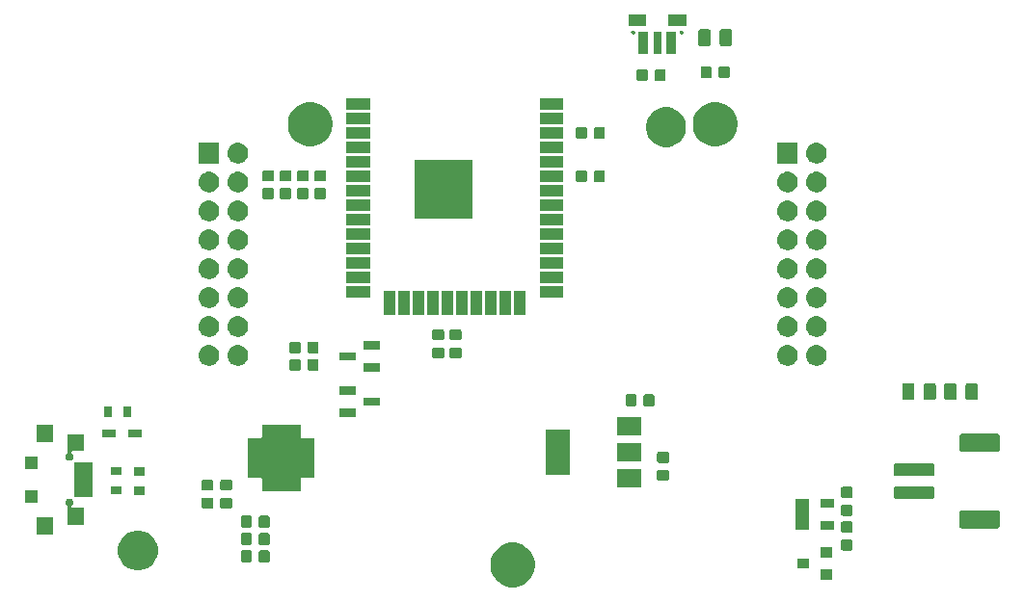
<source format=gbr>
G04 #@! TF.GenerationSoftware,KiCad,Pcbnew,(5.0.2)-1*
G04 #@! TF.CreationDate,2019-10-04T12:36:52+03:00*
G04 #@! TF.ProjectId,esp32d,65737033-3264-42e6-9b69-6361645f7063,rev?*
G04 #@! TF.SameCoordinates,Original*
G04 #@! TF.FileFunction,Soldermask,Top*
G04 #@! TF.FilePolarity,Negative*
%FSLAX46Y46*%
G04 Gerber Fmt 4.6, Leading zero omitted, Abs format (unit mm)*
G04 Created by KiCad (PCBNEW (5.0.2)-1) date 04.10.2019 12:36:52*
%MOMM*%
%LPD*%
G01*
G04 APERTURE LIST*
%ADD10C,0.100000*%
G04 APERTURE END LIST*
D10*
G36*
X119949083Y-141633975D02*
X119949085Y-141633976D01*
X119949086Y-141633976D01*
X120304145Y-141781046D01*
X120304146Y-141781047D01*
X120623693Y-141994561D01*
X120895439Y-142266307D01*
X120895441Y-142266310D01*
X121108954Y-142585855D01*
X121256024Y-142940914D01*
X121256025Y-142940917D01*
X121331000Y-143317842D01*
X121331000Y-143702158D01*
X121273745Y-143990000D01*
X121256024Y-144079086D01*
X121108954Y-144434145D01*
X121108953Y-144434146D01*
X120895439Y-144753693D01*
X120623693Y-145025439D01*
X120623690Y-145025441D01*
X120304145Y-145238954D01*
X119949086Y-145386024D01*
X119949085Y-145386024D01*
X119949083Y-145386025D01*
X119572158Y-145461000D01*
X119187842Y-145461000D01*
X118810917Y-145386025D01*
X118810915Y-145386024D01*
X118810914Y-145386024D01*
X118455855Y-145238954D01*
X118136310Y-145025441D01*
X118136307Y-145025439D01*
X117864561Y-144753693D01*
X117651047Y-144434146D01*
X117651046Y-144434145D01*
X117503976Y-144079086D01*
X117486256Y-143990000D01*
X117429000Y-143702158D01*
X117429000Y-143317842D01*
X117503975Y-142940917D01*
X117503976Y-142940914D01*
X117651046Y-142585855D01*
X117864559Y-142266310D01*
X117864561Y-142266307D01*
X118136307Y-141994561D01*
X118455854Y-141781047D01*
X118455855Y-141781046D01*
X118810914Y-141633976D01*
X118810915Y-141633976D01*
X118810917Y-141633975D01*
X119187842Y-141559000D01*
X119572158Y-141559000D01*
X119949083Y-141633975D01*
X119949083Y-141633975D01*
G37*
G36*
X147424000Y-144784000D02*
X146422000Y-144784000D01*
X146422000Y-143882000D01*
X147424000Y-143882000D01*
X147424000Y-144784000D01*
X147424000Y-144784000D01*
G37*
G36*
X86997456Y-140557251D02*
X87315936Y-140689170D01*
X87602560Y-140880686D01*
X87846314Y-141124440D01*
X88037830Y-141411064D01*
X88169749Y-141729544D01*
X88237000Y-142067640D01*
X88237000Y-142412360D01*
X88169749Y-142750456D01*
X88037830Y-143068936D01*
X87846314Y-143355560D01*
X87602560Y-143599314D01*
X87315936Y-143790830D01*
X86997456Y-143922749D01*
X86659360Y-143990000D01*
X86314640Y-143990000D01*
X85976544Y-143922749D01*
X85658064Y-143790830D01*
X85371440Y-143599314D01*
X85127686Y-143355560D01*
X84936170Y-143068936D01*
X84804251Y-142750456D01*
X84737000Y-142412360D01*
X84737000Y-142067640D01*
X84804251Y-141729544D01*
X84936170Y-141411064D01*
X85127686Y-141124440D01*
X85371440Y-140880686D01*
X85658064Y-140689170D01*
X85976544Y-140557251D01*
X86314640Y-140490000D01*
X86659360Y-140490000D01*
X86997456Y-140557251D01*
X86997456Y-140557251D01*
G37*
G36*
X145424000Y-143834000D02*
X144422000Y-143834000D01*
X144422000Y-142932000D01*
X145424000Y-142932000D01*
X145424000Y-143834000D01*
X145424000Y-143834000D01*
G37*
G36*
X97903591Y-142226085D02*
X97937569Y-142236393D01*
X97968887Y-142253133D01*
X97996339Y-142275661D01*
X98018867Y-142303113D01*
X98035607Y-142334431D01*
X98045915Y-142368409D01*
X98050000Y-142409890D01*
X98050000Y-143086110D01*
X98045915Y-143127591D01*
X98035607Y-143161569D01*
X98018867Y-143192887D01*
X97996339Y-143220339D01*
X97968887Y-143242867D01*
X97937569Y-143259607D01*
X97903591Y-143269915D01*
X97862110Y-143274000D01*
X97260890Y-143274000D01*
X97219409Y-143269915D01*
X97185431Y-143259607D01*
X97154113Y-143242867D01*
X97126661Y-143220339D01*
X97104133Y-143192887D01*
X97087393Y-143161569D01*
X97077085Y-143127591D01*
X97073000Y-143086110D01*
X97073000Y-142409890D01*
X97077085Y-142368409D01*
X97087393Y-142334431D01*
X97104133Y-142303113D01*
X97126661Y-142275661D01*
X97154113Y-142253133D01*
X97185431Y-142236393D01*
X97219409Y-142226085D01*
X97260890Y-142222000D01*
X97862110Y-142222000D01*
X97903591Y-142226085D01*
X97903591Y-142226085D01*
G37*
G36*
X96328591Y-142226085D02*
X96362569Y-142236393D01*
X96393887Y-142253133D01*
X96421339Y-142275661D01*
X96443867Y-142303113D01*
X96460607Y-142334431D01*
X96470915Y-142368409D01*
X96475000Y-142409890D01*
X96475000Y-143086110D01*
X96470915Y-143127591D01*
X96460607Y-143161569D01*
X96443867Y-143192887D01*
X96421339Y-143220339D01*
X96393887Y-143242867D01*
X96362569Y-143259607D01*
X96328591Y-143269915D01*
X96287110Y-143274000D01*
X95685890Y-143274000D01*
X95644409Y-143269915D01*
X95610431Y-143259607D01*
X95579113Y-143242867D01*
X95551661Y-143220339D01*
X95529133Y-143192887D01*
X95512393Y-143161569D01*
X95502085Y-143127591D01*
X95498000Y-143086110D01*
X95498000Y-142409890D01*
X95502085Y-142368409D01*
X95512393Y-142334431D01*
X95529133Y-142303113D01*
X95551661Y-142275661D01*
X95579113Y-142253133D01*
X95610431Y-142236393D01*
X95644409Y-142226085D01*
X95685890Y-142222000D01*
X96287110Y-142222000D01*
X96328591Y-142226085D01*
X96328591Y-142226085D01*
G37*
G36*
X147424000Y-142884000D02*
X146422000Y-142884000D01*
X146422000Y-141982000D01*
X147424000Y-141982000D01*
X147424000Y-142884000D01*
X147424000Y-142884000D01*
G37*
G36*
X149096591Y-141273085D02*
X149130569Y-141283393D01*
X149161887Y-141300133D01*
X149189339Y-141322661D01*
X149211867Y-141350113D01*
X149228607Y-141381431D01*
X149238915Y-141415409D01*
X149243000Y-141456890D01*
X149243000Y-142058110D01*
X149238915Y-142099591D01*
X149228607Y-142133569D01*
X149211867Y-142164887D01*
X149189339Y-142192339D01*
X149161887Y-142214867D01*
X149130569Y-142231607D01*
X149096591Y-142241915D01*
X149055110Y-142246000D01*
X148378890Y-142246000D01*
X148337409Y-142241915D01*
X148303431Y-142231607D01*
X148272113Y-142214867D01*
X148244661Y-142192339D01*
X148222133Y-142164887D01*
X148205393Y-142133569D01*
X148195085Y-142099591D01*
X148191000Y-142058110D01*
X148191000Y-141456890D01*
X148195085Y-141415409D01*
X148205393Y-141381431D01*
X148222133Y-141350113D01*
X148244661Y-141322661D01*
X148272113Y-141300133D01*
X148303431Y-141283393D01*
X148337409Y-141273085D01*
X148378890Y-141269000D01*
X149055110Y-141269000D01*
X149096591Y-141273085D01*
X149096591Y-141273085D01*
G37*
G36*
X97903591Y-140702085D02*
X97937569Y-140712393D01*
X97968887Y-140729133D01*
X97996339Y-140751661D01*
X98018867Y-140779113D01*
X98035607Y-140810431D01*
X98045915Y-140844409D01*
X98050000Y-140885890D01*
X98050000Y-141562110D01*
X98045915Y-141603591D01*
X98035607Y-141637569D01*
X98018867Y-141668887D01*
X97996339Y-141696339D01*
X97968887Y-141718867D01*
X97937569Y-141735607D01*
X97903591Y-141745915D01*
X97862110Y-141750000D01*
X97260890Y-141750000D01*
X97219409Y-141745915D01*
X97185431Y-141735607D01*
X97154113Y-141718867D01*
X97126661Y-141696339D01*
X97104133Y-141668887D01*
X97087393Y-141637569D01*
X97077085Y-141603591D01*
X97073000Y-141562110D01*
X97073000Y-140885890D01*
X97077085Y-140844409D01*
X97087393Y-140810431D01*
X97104133Y-140779113D01*
X97126661Y-140751661D01*
X97154113Y-140729133D01*
X97185431Y-140712393D01*
X97219409Y-140702085D01*
X97260890Y-140698000D01*
X97862110Y-140698000D01*
X97903591Y-140702085D01*
X97903591Y-140702085D01*
G37*
G36*
X96328591Y-140702085D02*
X96362569Y-140712393D01*
X96393887Y-140729133D01*
X96421339Y-140751661D01*
X96443867Y-140779113D01*
X96460607Y-140810431D01*
X96470915Y-140844409D01*
X96475000Y-140885890D01*
X96475000Y-141562110D01*
X96470915Y-141603591D01*
X96460607Y-141637569D01*
X96443867Y-141668887D01*
X96421339Y-141696339D01*
X96393887Y-141718867D01*
X96362569Y-141735607D01*
X96328591Y-141745915D01*
X96287110Y-141750000D01*
X95685890Y-141750000D01*
X95644409Y-141745915D01*
X95610431Y-141735607D01*
X95579113Y-141718867D01*
X95551661Y-141696339D01*
X95529133Y-141668887D01*
X95512393Y-141637569D01*
X95502085Y-141603591D01*
X95498000Y-141562110D01*
X95498000Y-140885890D01*
X95502085Y-140844409D01*
X95512393Y-140810431D01*
X95529133Y-140779113D01*
X95551661Y-140751661D01*
X95579113Y-140729133D01*
X95610431Y-140712393D01*
X95644409Y-140702085D01*
X95685890Y-140698000D01*
X96287110Y-140698000D01*
X96328591Y-140702085D01*
X96328591Y-140702085D01*
G37*
G36*
X79061500Y-140818000D02*
X77559500Y-140818000D01*
X77559500Y-139316000D01*
X79061500Y-139316000D01*
X79061500Y-140818000D01*
X79061500Y-140818000D01*
G37*
G36*
X149096591Y-139698085D02*
X149130569Y-139708393D01*
X149161887Y-139725133D01*
X149189339Y-139747661D01*
X149211867Y-139775113D01*
X149228607Y-139806431D01*
X149238915Y-139840409D01*
X149243000Y-139881890D01*
X149243000Y-140483110D01*
X149238915Y-140524591D01*
X149228607Y-140558569D01*
X149211867Y-140589887D01*
X149189339Y-140617339D01*
X149161887Y-140639867D01*
X149130569Y-140656607D01*
X149096591Y-140666915D01*
X149055110Y-140671000D01*
X148378890Y-140671000D01*
X148337409Y-140666915D01*
X148303431Y-140656607D01*
X148272113Y-140639867D01*
X148244661Y-140617339D01*
X148222133Y-140589887D01*
X148205393Y-140558569D01*
X148195085Y-140524591D01*
X148191000Y-140483110D01*
X148191000Y-139881890D01*
X148195085Y-139840409D01*
X148205393Y-139806431D01*
X148222133Y-139775113D01*
X148244661Y-139747661D01*
X148272113Y-139725133D01*
X148303431Y-139708393D01*
X148337409Y-139698085D01*
X148378890Y-139694000D01*
X149055110Y-139694000D01*
X149096591Y-139698085D01*
X149096591Y-139698085D01*
G37*
G36*
X147604000Y-140391000D02*
X146442000Y-140391000D01*
X146442000Y-139639000D01*
X147604000Y-139639000D01*
X147604000Y-140391000D01*
X147604000Y-140391000D01*
G37*
G36*
X145404000Y-140391000D02*
X144242000Y-140391000D01*
X144242000Y-137739000D01*
X145404000Y-137739000D01*
X145404000Y-140391000D01*
X145404000Y-140391000D01*
G37*
G36*
X161983043Y-138697122D02*
X162017390Y-138707541D01*
X162049035Y-138724456D01*
X162076777Y-138747223D01*
X162099544Y-138774965D01*
X162116459Y-138806610D01*
X162126878Y-138840957D01*
X162131000Y-138882807D01*
X162131000Y-140105193D01*
X162126878Y-140147043D01*
X162116459Y-140181390D01*
X162099544Y-140213035D01*
X162076777Y-140240777D01*
X162049035Y-140263544D01*
X162017390Y-140280459D01*
X161983043Y-140290878D01*
X161941193Y-140295000D01*
X158818807Y-140295000D01*
X158776957Y-140290878D01*
X158742610Y-140280459D01*
X158710965Y-140263544D01*
X158683223Y-140240777D01*
X158660456Y-140213035D01*
X158643541Y-140181390D01*
X158633122Y-140147043D01*
X158629000Y-140105193D01*
X158629000Y-138882807D01*
X158633122Y-138840957D01*
X158643541Y-138806610D01*
X158660456Y-138774965D01*
X158683223Y-138747223D01*
X158710965Y-138724456D01*
X158742610Y-138707541D01*
X158776957Y-138697122D01*
X158818807Y-138693000D01*
X161941193Y-138693000D01*
X161983043Y-138697122D01*
X161983043Y-138697122D01*
G37*
G36*
X96328591Y-139178085D02*
X96362569Y-139188393D01*
X96393887Y-139205133D01*
X96421339Y-139227661D01*
X96443867Y-139255113D01*
X96460607Y-139286431D01*
X96470915Y-139320409D01*
X96475000Y-139361890D01*
X96475000Y-140038110D01*
X96470915Y-140079591D01*
X96460607Y-140113569D01*
X96443867Y-140144887D01*
X96421339Y-140172339D01*
X96393887Y-140194867D01*
X96362569Y-140211607D01*
X96328591Y-140221915D01*
X96287110Y-140226000D01*
X95685890Y-140226000D01*
X95644409Y-140221915D01*
X95610431Y-140211607D01*
X95579113Y-140194867D01*
X95551661Y-140172339D01*
X95529133Y-140144887D01*
X95512393Y-140113569D01*
X95502085Y-140079591D01*
X95498000Y-140038110D01*
X95498000Y-139361890D01*
X95502085Y-139320409D01*
X95512393Y-139286431D01*
X95529133Y-139255113D01*
X95551661Y-139227661D01*
X95579113Y-139205133D01*
X95610431Y-139188393D01*
X95644409Y-139178085D01*
X95685890Y-139174000D01*
X96287110Y-139174000D01*
X96328591Y-139178085D01*
X96328591Y-139178085D01*
G37*
G36*
X97903591Y-139178085D02*
X97937569Y-139188393D01*
X97968887Y-139205133D01*
X97996339Y-139227661D01*
X98018867Y-139255113D01*
X98035607Y-139286431D01*
X98045915Y-139320409D01*
X98050000Y-139361890D01*
X98050000Y-140038110D01*
X98045915Y-140079591D01*
X98035607Y-140113569D01*
X98018867Y-140144887D01*
X97996339Y-140172339D01*
X97968887Y-140194867D01*
X97937569Y-140211607D01*
X97903591Y-140221915D01*
X97862110Y-140226000D01*
X97260890Y-140226000D01*
X97219409Y-140221915D01*
X97185431Y-140211607D01*
X97154113Y-140194867D01*
X97126661Y-140172339D01*
X97104133Y-140144887D01*
X97087393Y-140113569D01*
X97077085Y-140079591D01*
X97073000Y-140038110D01*
X97073000Y-139361890D01*
X97077085Y-139320409D01*
X97087393Y-139286431D01*
X97104133Y-139255113D01*
X97126661Y-139227661D01*
X97154113Y-139205133D01*
X97185431Y-139188393D01*
X97219409Y-139178085D01*
X97260890Y-139174000D01*
X97862110Y-139174000D01*
X97903591Y-139178085D01*
X97903591Y-139178085D01*
G37*
G36*
X80562883Y-137679489D02*
X80626761Y-137705948D01*
X80684250Y-137744361D01*
X80696112Y-137756223D01*
X80709933Y-137767567D01*
X80721277Y-137781388D01*
X80733139Y-137793250D01*
X80771552Y-137850739D01*
X80798011Y-137914617D01*
X80811500Y-137982430D01*
X80811500Y-138051570D01*
X80798011Y-138119383D01*
X80771552Y-138183261D01*
X80733139Y-138240750D01*
X80680977Y-138292912D01*
X80669158Y-138302612D01*
X80653612Y-138321554D01*
X80642061Y-138343165D01*
X80634948Y-138366614D01*
X80632546Y-138391000D01*
X80634948Y-138415386D01*
X80642061Y-138438836D01*
X80653612Y-138460446D01*
X80669158Y-138479388D01*
X80688100Y-138494934D01*
X80709711Y-138506485D01*
X80733160Y-138513598D01*
X80757546Y-138516000D01*
X81761500Y-138516000D01*
X81761500Y-140018000D01*
X80259500Y-140018000D01*
X80259500Y-138470057D01*
X80267388Y-138460446D01*
X80278939Y-138438835D01*
X80286052Y-138415386D01*
X80288454Y-138391000D01*
X80286052Y-138366614D01*
X80278939Y-138343165D01*
X80267388Y-138321554D01*
X80251842Y-138302612D01*
X80240023Y-138292912D01*
X80187861Y-138240750D01*
X80149448Y-138183261D01*
X80122989Y-138119383D01*
X80109500Y-138051570D01*
X80109500Y-137982430D01*
X80122989Y-137914617D01*
X80149448Y-137850739D01*
X80187861Y-137793250D01*
X80236750Y-137744361D01*
X80294239Y-137705948D01*
X80358117Y-137679489D01*
X80425930Y-137666000D01*
X80495070Y-137666000D01*
X80562883Y-137679489D01*
X80562883Y-137679489D01*
G37*
G36*
X149096591Y-138225085D02*
X149130569Y-138235393D01*
X149161887Y-138252133D01*
X149189339Y-138274661D01*
X149211867Y-138302113D01*
X149228607Y-138333431D01*
X149238915Y-138367409D01*
X149243000Y-138408890D01*
X149243000Y-139010110D01*
X149238915Y-139051591D01*
X149228607Y-139085569D01*
X149211867Y-139116887D01*
X149189339Y-139144339D01*
X149161887Y-139166867D01*
X149130569Y-139183607D01*
X149096591Y-139193915D01*
X149055110Y-139198000D01*
X148378890Y-139198000D01*
X148337409Y-139193915D01*
X148303431Y-139183607D01*
X148272113Y-139166867D01*
X148244661Y-139144339D01*
X148222133Y-139116887D01*
X148205393Y-139085569D01*
X148195085Y-139051591D01*
X148191000Y-139010110D01*
X148191000Y-138408890D01*
X148195085Y-138367409D01*
X148205393Y-138333431D01*
X148222133Y-138302113D01*
X148244661Y-138274661D01*
X148272113Y-138252133D01*
X148303431Y-138235393D01*
X148337409Y-138225085D01*
X148378890Y-138221000D01*
X149055110Y-138221000D01*
X149096591Y-138225085D01*
X149096591Y-138225085D01*
G37*
G36*
X92962591Y-137590085D02*
X92996569Y-137600393D01*
X93027887Y-137617133D01*
X93055339Y-137639661D01*
X93077867Y-137667113D01*
X93094607Y-137698431D01*
X93104915Y-137732409D01*
X93109000Y-137773890D01*
X93109000Y-138375110D01*
X93104915Y-138416591D01*
X93094607Y-138450569D01*
X93077867Y-138481887D01*
X93055339Y-138509339D01*
X93027887Y-138531867D01*
X92996569Y-138548607D01*
X92962591Y-138558915D01*
X92921110Y-138563000D01*
X92244890Y-138563000D01*
X92203409Y-138558915D01*
X92169431Y-138548607D01*
X92138113Y-138531867D01*
X92110661Y-138509339D01*
X92088133Y-138481887D01*
X92071393Y-138450569D01*
X92061085Y-138416591D01*
X92057000Y-138375110D01*
X92057000Y-137773890D01*
X92061085Y-137732409D01*
X92071393Y-137698431D01*
X92088133Y-137667113D01*
X92110661Y-137639661D01*
X92138113Y-137617133D01*
X92169431Y-137600393D01*
X92203409Y-137590085D01*
X92244890Y-137586000D01*
X92921110Y-137586000D01*
X92962591Y-137590085D01*
X92962591Y-137590085D01*
G37*
G36*
X94613591Y-137590085D02*
X94647569Y-137600393D01*
X94678887Y-137617133D01*
X94706339Y-137639661D01*
X94728867Y-137667113D01*
X94745607Y-137698431D01*
X94755915Y-137732409D01*
X94760000Y-137773890D01*
X94760000Y-138375110D01*
X94755915Y-138416591D01*
X94745607Y-138450569D01*
X94728867Y-138481887D01*
X94706339Y-138509339D01*
X94678887Y-138531867D01*
X94647569Y-138548607D01*
X94613591Y-138558915D01*
X94572110Y-138563000D01*
X93895890Y-138563000D01*
X93854409Y-138558915D01*
X93820431Y-138548607D01*
X93789113Y-138531867D01*
X93761661Y-138509339D01*
X93739133Y-138481887D01*
X93722393Y-138450569D01*
X93712085Y-138416591D01*
X93708000Y-138375110D01*
X93708000Y-137773890D01*
X93712085Y-137732409D01*
X93722393Y-137698431D01*
X93739133Y-137667113D01*
X93761661Y-137639661D01*
X93789113Y-137617133D01*
X93820431Y-137600393D01*
X93854409Y-137590085D01*
X93895890Y-137586000D01*
X94572110Y-137586000D01*
X94613591Y-137590085D01*
X94613591Y-137590085D01*
G37*
G36*
X147604000Y-138491000D02*
X146442000Y-138491000D01*
X146442000Y-137739000D01*
X147604000Y-137739000D01*
X147604000Y-138491000D01*
X147604000Y-138491000D01*
G37*
G36*
X77661500Y-138093000D02*
X76559500Y-138093000D01*
X76559500Y-136991000D01*
X77661500Y-136991000D01*
X77661500Y-138093000D01*
X77661500Y-138093000D01*
G37*
G36*
X156259433Y-136597686D02*
X156299281Y-136609774D01*
X156336001Y-136629401D01*
X156368186Y-136655814D01*
X156394599Y-136687999D01*
X156414226Y-136724719D01*
X156426314Y-136764567D01*
X156431000Y-136812141D01*
X156431000Y-137475859D01*
X156426314Y-137523433D01*
X156414226Y-137563281D01*
X156394599Y-137600001D01*
X156368186Y-137632186D01*
X156336001Y-137658599D01*
X156299281Y-137678226D01*
X156259433Y-137690314D01*
X156211859Y-137695000D01*
X153048141Y-137695000D01*
X153000567Y-137690314D01*
X152960719Y-137678226D01*
X152923999Y-137658599D01*
X152891814Y-137632186D01*
X152865401Y-137600001D01*
X152845774Y-137563281D01*
X152833686Y-137523433D01*
X152829000Y-137475859D01*
X152829000Y-136812141D01*
X152833686Y-136764567D01*
X152845774Y-136724719D01*
X152865401Y-136687999D01*
X152891814Y-136655814D01*
X152923999Y-136629401D01*
X152960719Y-136609774D01*
X153000567Y-136597686D01*
X153048141Y-136593000D01*
X156211859Y-136593000D01*
X156259433Y-136597686D01*
X156259433Y-136597686D01*
G37*
G36*
X149096591Y-136650085D02*
X149130569Y-136660393D01*
X149161887Y-136677133D01*
X149189339Y-136699661D01*
X149211867Y-136727113D01*
X149228607Y-136758431D01*
X149238915Y-136792409D01*
X149243000Y-136833890D01*
X149243000Y-137435110D01*
X149238915Y-137476591D01*
X149228607Y-137510569D01*
X149211867Y-137541887D01*
X149189339Y-137569339D01*
X149161887Y-137591867D01*
X149130569Y-137608607D01*
X149096591Y-137618915D01*
X149055110Y-137623000D01*
X148378890Y-137623000D01*
X148337409Y-137618915D01*
X148303431Y-137608607D01*
X148272113Y-137591867D01*
X148244661Y-137569339D01*
X148222133Y-137541887D01*
X148205393Y-137510569D01*
X148195085Y-137476591D01*
X148191000Y-137435110D01*
X148191000Y-136833890D01*
X148195085Y-136792409D01*
X148205393Y-136758431D01*
X148222133Y-136727113D01*
X148244661Y-136699661D01*
X148272113Y-136677133D01*
X148303431Y-136660393D01*
X148337409Y-136650085D01*
X148378890Y-136646000D01*
X149055110Y-136646000D01*
X149096591Y-136650085D01*
X149096591Y-136650085D01*
G37*
G36*
X82511500Y-137568000D02*
X80909500Y-137568000D01*
X80909500Y-134466000D01*
X82511500Y-134466000D01*
X82511500Y-137568000D01*
X82511500Y-137568000D01*
G37*
G36*
X87065000Y-137345000D02*
X86163000Y-137345000D01*
X86163000Y-136643000D01*
X87065000Y-136643000D01*
X87065000Y-137345000D01*
X87065000Y-137345000D01*
G37*
G36*
X85033000Y-137306000D02*
X84131000Y-137306000D01*
X84131000Y-136604000D01*
X85033000Y-136604000D01*
X85033000Y-137306000D01*
X85033000Y-137306000D01*
G37*
G36*
X100761000Y-132261000D02*
X100763402Y-132285386D01*
X100770515Y-132308835D01*
X100782066Y-132330446D01*
X100797612Y-132349388D01*
X100811343Y-132360657D01*
X100822612Y-132374388D01*
X100841554Y-132389934D01*
X100863165Y-132401485D01*
X100886614Y-132408598D01*
X100911000Y-132411000D01*
X101961000Y-132411000D01*
X101961000Y-135813000D01*
X100911000Y-135813000D01*
X100886614Y-135815402D01*
X100863165Y-135822515D01*
X100841554Y-135834066D01*
X100822612Y-135849612D01*
X100811343Y-135863343D01*
X100797612Y-135874612D01*
X100782066Y-135893554D01*
X100770515Y-135915165D01*
X100763402Y-135938614D01*
X100761000Y-135963000D01*
X100761000Y-137013000D01*
X97359000Y-137013000D01*
X97359000Y-135963000D01*
X97356598Y-135938614D01*
X97349485Y-135915165D01*
X97337934Y-135893554D01*
X97322388Y-135874612D01*
X97308657Y-135863343D01*
X97297388Y-135849612D01*
X97278446Y-135834066D01*
X97256835Y-135822515D01*
X97233386Y-135815402D01*
X97209000Y-135813000D01*
X96159000Y-135813000D01*
X96159000Y-132411000D01*
X97209000Y-132411000D01*
X97233386Y-132408598D01*
X97256835Y-132401485D01*
X97278446Y-132389934D01*
X97297388Y-132374388D01*
X97308657Y-132360657D01*
X97322388Y-132349388D01*
X97337934Y-132330446D01*
X97349485Y-132308835D01*
X97356598Y-132285386D01*
X97359000Y-132261000D01*
X97359000Y-131211000D01*
X100761000Y-131211000D01*
X100761000Y-132261000D01*
X100761000Y-132261000D01*
G37*
G36*
X92962591Y-136015085D02*
X92996569Y-136025393D01*
X93027887Y-136042133D01*
X93055339Y-136064661D01*
X93077867Y-136092113D01*
X93094607Y-136123431D01*
X93104915Y-136157409D01*
X93109000Y-136198890D01*
X93109000Y-136800110D01*
X93104915Y-136841591D01*
X93094607Y-136875569D01*
X93077867Y-136906887D01*
X93055339Y-136934339D01*
X93027887Y-136956867D01*
X92996569Y-136973607D01*
X92962591Y-136983915D01*
X92921110Y-136988000D01*
X92244890Y-136988000D01*
X92203409Y-136983915D01*
X92169431Y-136973607D01*
X92138113Y-136956867D01*
X92110661Y-136934339D01*
X92088133Y-136906887D01*
X92071393Y-136875569D01*
X92061085Y-136841591D01*
X92057000Y-136800110D01*
X92057000Y-136198890D01*
X92061085Y-136157409D01*
X92071393Y-136123431D01*
X92088133Y-136092113D01*
X92110661Y-136064661D01*
X92138113Y-136042133D01*
X92169431Y-136025393D01*
X92203409Y-136015085D01*
X92244890Y-136011000D01*
X92921110Y-136011000D01*
X92962591Y-136015085D01*
X92962591Y-136015085D01*
G37*
G36*
X94613591Y-136015085D02*
X94647569Y-136025393D01*
X94678887Y-136042133D01*
X94706339Y-136064661D01*
X94728867Y-136092113D01*
X94745607Y-136123431D01*
X94755915Y-136157409D01*
X94760000Y-136198890D01*
X94760000Y-136800110D01*
X94755915Y-136841591D01*
X94745607Y-136875569D01*
X94728867Y-136906887D01*
X94706339Y-136934339D01*
X94678887Y-136956867D01*
X94647569Y-136973607D01*
X94613591Y-136983915D01*
X94572110Y-136988000D01*
X93895890Y-136988000D01*
X93854409Y-136983915D01*
X93820431Y-136973607D01*
X93789113Y-136956867D01*
X93761661Y-136934339D01*
X93739133Y-136906887D01*
X93722393Y-136875569D01*
X93712085Y-136841591D01*
X93708000Y-136800110D01*
X93708000Y-136198890D01*
X93712085Y-136157409D01*
X93722393Y-136123431D01*
X93739133Y-136092113D01*
X93761661Y-136064661D01*
X93789113Y-136042133D01*
X93820431Y-136025393D01*
X93854409Y-136015085D01*
X93895890Y-136011000D01*
X94572110Y-136011000D01*
X94613591Y-136015085D01*
X94613591Y-136015085D01*
G37*
G36*
X130693000Y-136705000D02*
X128591000Y-136705000D01*
X128591000Y-135103000D01*
X130693000Y-135103000D01*
X130693000Y-136705000D01*
X130693000Y-136705000D01*
G37*
G36*
X132967591Y-135151585D02*
X133001569Y-135161893D01*
X133032887Y-135178633D01*
X133060339Y-135201161D01*
X133082867Y-135228613D01*
X133099607Y-135259931D01*
X133109915Y-135293909D01*
X133114000Y-135335390D01*
X133114000Y-135936610D01*
X133109915Y-135978091D01*
X133099607Y-136012069D01*
X133082867Y-136043387D01*
X133060339Y-136070839D01*
X133032887Y-136093367D01*
X133001569Y-136110107D01*
X132967591Y-136120415D01*
X132926110Y-136124500D01*
X132249890Y-136124500D01*
X132208409Y-136120415D01*
X132174431Y-136110107D01*
X132143113Y-136093367D01*
X132115661Y-136070839D01*
X132093133Y-136043387D01*
X132076393Y-136012069D01*
X132066085Y-135978091D01*
X132062000Y-135936610D01*
X132062000Y-135335390D01*
X132066085Y-135293909D01*
X132076393Y-135259931D01*
X132093133Y-135228613D01*
X132115661Y-135201161D01*
X132143113Y-135178633D01*
X132174431Y-135161893D01*
X132208409Y-135151585D01*
X132249890Y-135147500D01*
X132926110Y-135147500D01*
X132967591Y-135151585D01*
X132967591Y-135151585D01*
G37*
G36*
X156259433Y-134597686D02*
X156299281Y-134609774D01*
X156336001Y-134629401D01*
X156368186Y-134655814D01*
X156394599Y-134687999D01*
X156414226Y-134724719D01*
X156426314Y-134764567D01*
X156431000Y-134812141D01*
X156431000Y-135475859D01*
X156426314Y-135523433D01*
X156414226Y-135563281D01*
X156394599Y-135600001D01*
X156368186Y-135632186D01*
X156336001Y-135658599D01*
X156299281Y-135678226D01*
X156259433Y-135690314D01*
X156211859Y-135695000D01*
X153048141Y-135695000D01*
X153000567Y-135690314D01*
X152960719Y-135678226D01*
X152923999Y-135658599D01*
X152891814Y-135632186D01*
X152865401Y-135600001D01*
X152845774Y-135563281D01*
X152833686Y-135523433D01*
X152829000Y-135475859D01*
X152829000Y-134812141D01*
X152833686Y-134764567D01*
X152845774Y-134724719D01*
X152865401Y-134687999D01*
X152891814Y-134655814D01*
X152923999Y-134629401D01*
X152960719Y-134609774D01*
X153000567Y-134597686D01*
X153048141Y-134593000D01*
X156211859Y-134593000D01*
X156259433Y-134597686D01*
X156259433Y-134597686D01*
G37*
G36*
X87065000Y-135645000D02*
X86163000Y-135645000D01*
X86163000Y-134943000D01*
X87065000Y-134943000D01*
X87065000Y-135645000D01*
X87065000Y-135645000D01*
G37*
G36*
X85033000Y-135606000D02*
X84131000Y-135606000D01*
X84131000Y-134904000D01*
X85033000Y-134904000D01*
X85033000Y-135606000D01*
X85033000Y-135606000D01*
G37*
G36*
X124393000Y-135555000D02*
X122291000Y-135555000D01*
X122291000Y-131653000D01*
X124393000Y-131653000D01*
X124393000Y-135555000D01*
X124393000Y-135555000D01*
G37*
G36*
X77661500Y-135068000D02*
X76559500Y-135068000D01*
X76559500Y-133966000D01*
X77661500Y-133966000D01*
X77661500Y-135068000D01*
X77661500Y-135068000D01*
G37*
G36*
X132967591Y-133576585D02*
X133001569Y-133586893D01*
X133032887Y-133603633D01*
X133060339Y-133626161D01*
X133082867Y-133653613D01*
X133099607Y-133684931D01*
X133109915Y-133718909D01*
X133114000Y-133760390D01*
X133114000Y-134361610D01*
X133109915Y-134403091D01*
X133099607Y-134437069D01*
X133082867Y-134468387D01*
X133060339Y-134495839D01*
X133032887Y-134518367D01*
X133001569Y-134535107D01*
X132967591Y-134545415D01*
X132926110Y-134549500D01*
X132249890Y-134549500D01*
X132208409Y-134545415D01*
X132174431Y-134535107D01*
X132143113Y-134518367D01*
X132115661Y-134495839D01*
X132093133Y-134468387D01*
X132076393Y-134437069D01*
X132066085Y-134403091D01*
X132062000Y-134361610D01*
X132062000Y-133760390D01*
X132066085Y-133718909D01*
X132076393Y-133684931D01*
X132093133Y-133653613D01*
X132115661Y-133626161D01*
X132143113Y-133603633D01*
X132174431Y-133586893D01*
X132208409Y-133576585D01*
X132249890Y-133572500D01*
X132926110Y-133572500D01*
X132967591Y-133576585D01*
X132967591Y-133576585D01*
G37*
G36*
X130693000Y-134405000D02*
X128591000Y-134405000D01*
X128591000Y-132803000D01*
X130693000Y-132803000D01*
X130693000Y-134405000D01*
X130693000Y-134405000D01*
G37*
G36*
X81761500Y-133518000D02*
X80757546Y-133518000D01*
X80733160Y-133520402D01*
X80709711Y-133527515D01*
X80688100Y-133539066D01*
X80669158Y-133554612D01*
X80653612Y-133573554D01*
X80642061Y-133595165D01*
X80634948Y-133618614D01*
X80632546Y-133643000D01*
X80634948Y-133667386D01*
X80642061Y-133690835D01*
X80653612Y-133712446D01*
X80669158Y-133731388D01*
X80680977Y-133741088D01*
X80733139Y-133793250D01*
X80771552Y-133850739D01*
X80798011Y-133914617D01*
X80811500Y-133982430D01*
X80811500Y-134051570D01*
X80798011Y-134119383D01*
X80771552Y-134183261D01*
X80733139Y-134240750D01*
X80721277Y-134252612D01*
X80709933Y-134266433D01*
X80696112Y-134277777D01*
X80684250Y-134289639D01*
X80626761Y-134328052D01*
X80562883Y-134354511D01*
X80495070Y-134368000D01*
X80425930Y-134368000D01*
X80358117Y-134354511D01*
X80294239Y-134328052D01*
X80236750Y-134289639D01*
X80187861Y-134240750D01*
X80149448Y-134183261D01*
X80122989Y-134119383D01*
X80109500Y-134051570D01*
X80109500Y-133982430D01*
X80122989Y-133914617D01*
X80149448Y-133850739D01*
X80187861Y-133793250D01*
X80240023Y-133741088D01*
X80251842Y-133731388D01*
X80267388Y-133712446D01*
X80278939Y-133690835D01*
X80286052Y-133667386D01*
X80288454Y-133643000D01*
X80286052Y-133618614D01*
X80278939Y-133595164D01*
X80267388Y-133573554D01*
X80259500Y-133563943D01*
X80259500Y-132016000D01*
X81761500Y-132016000D01*
X81761500Y-133518000D01*
X81761500Y-133518000D01*
G37*
G36*
X161983043Y-131997122D02*
X162017390Y-132007541D01*
X162049035Y-132024456D01*
X162076777Y-132047223D01*
X162099544Y-132074965D01*
X162116459Y-132106610D01*
X162126878Y-132140957D01*
X162131000Y-132182807D01*
X162131000Y-133405193D01*
X162126878Y-133447043D01*
X162116459Y-133481390D01*
X162099544Y-133513035D01*
X162076777Y-133540777D01*
X162049035Y-133563544D01*
X162017390Y-133580459D01*
X161983043Y-133590878D01*
X161941193Y-133595000D01*
X158818807Y-133595000D01*
X158776957Y-133590878D01*
X158742610Y-133580459D01*
X158710965Y-133563544D01*
X158683223Y-133540777D01*
X158660456Y-133513035D01*
X158643541Y-133481390D01*
X158633122Y-133447043D01*
X158629000Y-133405193D01*
X158629000Y-132182807D01*
X158633122Y-132140957D01*
X158643541Y-132106610D01*
X158660456Y-132074965D01*
X158683223Y-132047223D01*
X158710965Y-132024456D01*
X158742610Y-132007541D01*
X158776957Y-131997122D01*
X158818807Y-131993000D01*
X161941193Y-131993000D01*
X161983043Y-131997122D01*
X161983043Y-131997122D01*
G37*
G36*
X79061500Y-132718000D02*
X77559500Y-132718000D01*
X77559500Y-131216000D01*
X79061500Y-131216000D01*
X79061500Y-132718000D01*
X79061500Y-132718000D01*
G37*
G36*
X86840500Y-132254000D02*
X85663500Y-132254000D01*
X85663500Y-131652000D01*
X86840500Y-131652000D01*
X86840500Y-132254000D01*
X86840500Y-132254000D01*
G37*
G36*
X84516500Y-132254000D02*
X83339500Y-132254000D01*
X83339500Y-131652000D01*
X84516500Y-131652000D01*
X84516500Y-132254000D01*
X84516500Y-132254000D01*
G37*
G36*
X130693000Y-132105000D02*
X128591000Y-132105000D01*
X128591000Y-130503000D01*
X130693000Y-130503000D01*
X130693000Y-132105000D01*
X130693000Y-132105000D01*
G37*
G36*
X85910000Y-130499000D02*
X85208000Y-130499000D01*
X85208000Y-129597000D01*
X85910000Y-129597000D01*
X85910000Y-130499000D01*
X85910000Y-130499000D01*
G37*
G36*
X84210000Y-130499000D02*
X83508000Y-130499000D01*
X83508000Y-129597000D01*
X84210000Y-129597000D01*
X84210000Y-130499000D01*
X84210000Y-130499000D01*
G37*
G36*
X105588000Y-130479000D02*
X104148000Y-130479000D01*
X104148000Y-129739000D01*
X105588000Y-129739000D01*
X105588000Y-130479000D01*
X105588000Y-130479000D01*
G37*
G36*
X130110591Y-128510085D02*
X130144569Y-128520393D01*
X130175887Y-128537133D01*
X130203339Y-128559661D01*
X130225867Y-128587113D01*
X130242607Y-128618431D01*
X130252915Y-128652409D01*
X130257000Y-128693890D01*
X130257000Y-129370110D01*
X130252915Y-129411591D01*
X130242607Y-129445569D01*
X130225867Y-129476887D01*
X130203339Y-129504339D01*
X130175887Y-129526867D01*
X130144569Y-129543607D01*
X130110591Y-129553915D01*
X130069110Y-129558000D01*
X129467890Y-129558000D01*
X129426409Y-129553915D01*
X129392431Y-129543607D01*
X129361113Y-129526867D01*
X129333661Y-129504339D01*
X129311133Y-129476887D01*
X129294393Y-129445569D01*
X129284085Y-129411591D01*
X129280000Y-129370110D01*
X129280000Y-128693890D01*
X129284085Y-128652409D01*
X129294393Y-128618431D01*
X129311133Y-128587113D01*
X129333661Y-128559661D01*
X129361113Y-128537133D01*
X129392431Y-128520393D01*
X129426409Y-128510085D01*
X129467890Y-128506000D01*
X130069110Y-128506000D01*
X130110591Y-128510085D01*
X130110591Y-128510085D01*
G37*
G36*
X131685591Y-128510085D02*
X131719569Y-128520393D01*
X131750887Y-128537133D01*
X131778339Y-128559661D01*
X131800867Y-128587113D01*
X131817607Y-128618431D01*
X131827915Y-128652409D01*
X131832000Y-128693890D01*
X131832000Y-129370110D01*
X131827915Y-129411591D01*
X131817607Y-129445569D01*
X131800867Y-129476887D01*
X131778339Y-129504339D01*
X131750887Y-129526867D01*
X131719569Y-129543607D01*
X131685591Y-129553915D01*
X131644110Y-129558000D01*
X131042890Y-129558000D01*
X131001409Y-129553915D01*
X130967431Y-129543607D01*
X130936113Y-129526867D01*
X130908661Y-129504339D01*
X130886133Y-129476887D01*
X130869393Y-129445569D01*
X130859085Y-129411591D01*
X130855000Y-129370110D01*
X130855000Y-128693890D01*
X130859085Y-128652409D01*
X130869393Y-128618431D01*
X130886133Y-128587113D01*
X130908661Y-128559661D01*
X130936113Y-128537133D01*
X130967431Y-128520393D01*
X131001409Y-128510085D01*
X131042890Y-128506000D01*
X131644110Y-128506000D01*
X131685591Y-128510085D01*
X131685591Y-128510085D01*
G37*
G36*
X107688000Y-129529000D02*
X106248000Y-129529000D01*
X106248000Y-128789000D01*
X107688000Y-128789000D01*
X107688000Y-129529000D01*
X107688000Y-129529000D01*
G37*
G36*
X160059466Y-127523565D02*
X160098137Y-127535296D01*
X160133779Y-127554348D01*
X160165017Y-127579983D01*
X160190652Y-127611221D01*
X160209704Y-127646863D01*
X160221435Y-127685534D01*
X160226000Y-127731888D01*
X160226000Y-128808112D01*
X160221435Y-128854466D01*
X160209704Y-128893137D01*
X160190652Y-128928779D01*
X160165017Y-128960017D01*
X160133779Y-128985652D01*
X160098137Y-129004704D01*
X160059466Y-129016435D01*
X160013112Y-129021000D01*
X159361888Y-129021000D01*
X159315534Y-129016435D01*
X159276863Y-129004704D01*
X159241221Y-128985652D01*
X159209983Y-128960017D01*
X159184348Y-128928779D01*
X159165296Y-128893137D01*
X159153565Y-128854466D01*
X159149000Y-128808112D01*
X159149000Y-127731888D01*
X159153565Y-127685534D01*
X159165296Y-127646863D01*
X159184348Y-127611221D01*
X159209983Y-127579983D01*
X159241221Y-127554348D01*
X159276863Y-127535296D01*
X159315534Y-127523565D01*
X159361888Y-127519000D01*
X160013112Y-127519000D01*
X160059466Y-127523565D01*
X160059466Y-127523565D01*
G37*
G36*
X154501139Y-127523565D02*
X154539810Y-127535296D01*
X154575452Y-127554348D01*
X154606690Y-127579983D01*
X154632325Y-127611221D01*
X154651377Y-127646863D01*
X154663108Y-127685534D01*
X154667673Y-127731888D01*
X154667673Y-128808112D01*
X154663108Y-128854466D01*
X154651377Y-128893137D01*
X154632325Y-128928779D01*
X154606690Y-128960017D01*
X154575452Y-128985652D01*
X154539810Y-129004704D01*
X154501139Y-129016435D01*
X154454785Y-129021000D01*
X153803561Y-129021000D01*
X153757207Y-129016435D01*
X153718536Y-129004704D01*
X153682894Y-128985652D01*
X153651656Y-128960017D01*
X153626021Y-128928779D01*
X153606969Y-128893137D01*
X153595238Y-128854466D01*
X153590673Y-128808112D01*
X153590673Y-127731888D01*
X153595238Y-127685534D01*
X153606969Y-127646863D01*
X153626021Y-127611221D01*
X153651656Y-127579983D01*
X153682894Y-127554348D01*
X153718536Y-127535296D01*
X153757207Y-127523565D01*
X153803561Y-127519000D01*
X154454785Y-127519000D01*
X154501139Y-127523565D01*
X154501139Y-127523565D01*
G37*
G36*
X156376139Y-127523565D02*
X156414810Y-127535296D01*
X156450452Y-127554348D01*
X156481690Y-127579983D01*
X156507325Y-127611221D01*
X156526377Y-127646863D01*
X156538108Y-127685534D01*
X156542673Y-127731888D01*
X156542673Y-128808112D01*
X156538108Y-128854466D01*
X156526377Y-128893137D01*
X156507325Y-128928779D01*
X156481690Y-128960017D01*
X156450452Y-128985652D01*
X156414810Y-129004704D01*
X156376139Y-129016435D01*
X156329785Y-129021000D01*
X155678561Y-129021000D01*
X155632207Y-129016435D01*
X155593536Y-129004704D01*
X155557894Y-128985652D01*
X155526656Y-128960017D01*
X155501021Y-128928779D01*
X155481969Y-128893137D01*
X155470238Y-128854466D01*
X155465673Y-128808112D01*
X155465673Y-127731888D01*
X155470238Y-127685534D01*
X155481969Y-127646863D01*
X155501021Y-127611221D01*
X155526656Y-127579983D01*
X155557894Y-127554348D01*
X155593536Y-127535296D01*
X155632207Y-127523565D01*
X155678561Y-127519000D01*
X156329785Y-127519000D01*
X156376139Y-127523565D01*
X156376139Y-127523565D01*
G37*
G36*
X158184466Y-127523565D02*
X158223137Y-127535296D01*
X158258779Y-127554348D01*
X158290017Y-127579983D01*
X158315652Y-127611221D01*
X158334704Y-127646863D01*
X158346435Y-127685534D01*
X158351000Y-127731888D01*
X158351000Y-128808112D01*
X158346435Y-128854466D01*
X158334704Y-128893137D01*
X158315652Y-128928779D01*
X158290017Y-128960017D01*
X158258779Y-128985652D01*
X158223137Y-129004704D01*
X158184466Y-129016435D01*
X158138112Y-129021000D01*
X157486888Y-129021000D01*
X157440534Y-129016435D01*
X157401863Y-129004704D01*
X157366221Y-128985652D01*
X157334983Y-128960017D01*
X157309348Y-128928779D01*
X157290296Y-128893137D01*
X157278565Y-128854466D01*
X157274000Y-128808112D01*
X157274000Y-127731888D01*
X157278565Y-127685534D01*
X157290296Y-127646863D01*
X157309348Y-127611221D01*
X157334983Y-127579983D01*
X157366221Y-127554348D01*
X157401863Y-127535296D01*
X157440534Y-127523565D01*
X157486888Y-127519000D01*
X158138112Y-127519000D01*
X158184466Y-127523565D01*
X158184466Y-127523565D01*
G37*
G36*
X105588000Y-128579000D02*
X104148000Y-128579000D01*
X104148000Y-127839000D01*
X105588000Y-127839000D01*
X105588000Y-128579000D01*
X105588000Y-128579000D01*
G37*
G36*
X107688000Y-126508000D02*
X106248000Y-126508000D01*
X106248000Y-125768000D01*
X107688000Y-125768000D01*
X107688000Y-126508000D01*
X107688000Y-126508000D01*
G37*
G36*
X102196091Y-125398585D02*
X102230069Y-125408893D01*
X102261387Y-125425633D01*
X102288839Y-125448161D01*
X102311367Y-125475613D01*
X102328107Y-125506931D01*
X102338415Y-125540909D01*
X102342500Y-125582390D01*
X102342500Y-126258610D01*
X102338415Y-126300091D01*
X102328107Y-126334069D01*
X102311367Y-126365387D01*
X102288839Y-126392839D01*
X102261387Y-126415367D01*
X102230069Y-126432107D01*
X102196091Y-126442415D01*
X102154610Y-126446500D01*
X101553390Y-126446500D01*
X101511909Y-126442415D01*
X101477931Y-126432107D01*
X101446613Y-126415367D01*
X101419161Y-126392839D01*
X101396633Y-126365387D01*
X101379893Y-126334069D01*
X101369585Y-126300091D01*
X101365500Y-126258610D01*
X101365500Y-125582390D01*
X101369585Y-125540909D01*
X101379893Y-125506931D01*
X101396633Y-125475613D01*
X101419161Y-125448161D01*
X101446613Y-125425633D01*
X101477931Y-125408893D01*
X101511909Y-125398585D01*
X101553390Y-125394500D01*
X102154610Y-125394500D01*
X102196091Y-125398585D01*
X102196091Y-125398585D01*
G37*
G36*
X100621091Y-125398585D02*
X100655069Y-125408893D01*
X100686387Y-125425633D01*
X100713839Y-125448161D01*
X100736367Y-125475613D01*
X100753107Y-125506931D01*
X100763415Y-125540909D01*
X100767500Y-125582390D01*
X100767500Y-126258610D01*
X100763415Y-126300091D01*
X100753107Y-126334069D01*
X100736367Y-126365387D01*
X100713839Y-126392839D01*
X100686387Y-126415367D01*
X100655069Y-126432107D01*
X100621091Y-126442415D01*
X100579610Y-126446500D01*
X99978390Y-126446500D01*
X99936909Y-126442415D01*
X99902931Y-126432107D01*
X99871613Y-126415367D01*
X99844161Y-126392839D01*
X99821633Y-126365387D01*
X99804893Y-126334069D01*
X99794585Y-126300091D01*
X99790500Y-126258610D01*
X99790500Y-125582390D01*
X99794585Y-125540909D01*
X99804893Y-125506931D01*
X99821633Y-125475613D01*
X99844161Y-125448161D01*
X99871613Y-125425633D01*
X99902931Y-125408893D01*
X99936909Y-125398585D01*
X99978390Y-125394500D01*
X100579610Y-125394500D01*
X100621091Y-125398585D01*
X100621091Y-125398585D01*
G37*
G36*
X146160442Y-124200518D02*
X146226627Y-124207037D01*
X146339853Y-124241384D01*
X146396467Y-124258557D01*
X146535087Y-124332652D01*
X146552991Y-124342222D01*
X146588729Y-124371552D01*
X146690186Y-124454814D01*
X146747300Y-124524409D01*
X146802778Y-124592009D01*
X146802779Y-124592011D01*
X146886443Y-124748533D01*
X146894802Y-124776091D01*
X146937963Y-124918373D01*
X146955359Y-125095000D01*
X146937963Y-125271627D01*
X146937277Y-125273887D01*
X146886443Y-125441467D01*
X146851451Y-125506931D01*
X146802778Y-125597991D01*
X146773448Y-125633729D01*
X146690186Y-125735186D01*
X146588729Y-125818448D01*
X146552991Y-125847778D01*
X146552989Y-125847779D01*
X146396467Y-125931443D01*
X146339853Y-125948616D01*
X146226627Y-125982963D01*
X146160442Y-125989482D01*
X146094260Y-125996000D01*
X146005740Y-125996000D01*
X145939558Y-125989482D01*
X145873373Y-125982963D01*
X145760147Y-125948616D01*
X145703533Y-125931443D01*
X145547011Y-125847779D01*
X145547009Y-125847778D01*
X145511271Y-125818448D01*
X145409814Y-125735186D01*
X145326552Y-125633729D01*
X145297222Y-125597991D01*
X145248549Y-125506931D01*
X145213557Y-125441467D01*
X145162723Y-125273887D01*
X145162037Y-125271627D01*
X145144641Y-125095000D01*
X145162037Y-124918373D01*
X145205198Y-124776091D01*
X145213557Y-124748533D01*
X145297221Y-124592011D01*
X145297222Y-124592009D01*
X145352700Y-124524409D01*
X145409814Y-124454814D01*
X145511271Y-124371552D01*
X145547009Y-124342222D01*
X145564913Y-124332652D01*
X145703533Y-124258557D01*
X145760147Y-124241384D01*
X145873373Y-124207037D01*
X145939558Y-124200518D01*
X146005740Y-124194000D01*
X146094260Y-124194000D01*
X146160442Y-124200518D01*
X146160442Y-124200518D01*
G37*
G36*
X143620442Y-124200518D02*
X143686627Y-124207037D01*
X143799853Y-124241384D01*
X143856467Y-124258557D01*
X143995087Y-124332652D01*
X144012991Y-124342222D01*
X144048729Y-124371552D01*
X144150186Y-124454814D01*
X144207300Y-124524409D01*
X144262778Y-124592009D01*
X144262779Y-124592011D01*
X144346443Y-124748533D01*
X144354802Y-124776091D01*
X144397963Y-124918373D01*
X144415359Y-125095000D01*
X144397963Y-125271627D01*
X144397277Y-125273887D01*
X144346443Y-125441467D01*
X144311451Y-125506931D01*
X144262778Y-125597991D01*
X144233448Y-125633729D01*
X144150186Y-125735186D01*
X144048729Y-125818448D01*
X144012991Y-125847778D01*
X144012989Y-125847779D01*
X143856467Y-125931443D01*
X143799853Y-125948616D01*
X143686627Y-125982963D01*
X143620442Y-125989482D01*
X143554260Y-125996000D01*
X143465740Y-125996000D01*
X143399558Y-125989482D01*
X143333373Y-125982963D01*
X143220147Y-125948616D01*
X143163533Y-125931443D01*
X143007011Y-125847779D01*
X143007009Y-125847778D01*
X142971271Y-125818448D01*
X142869814Y-125735186D01*
X142786552Y-125633729D01*
X142757222Y-125597991D01*
X142708549Y-125506931D01*
X142673557Y-125441467D01*
X142622723Y-125273887D01*
X142622037Y-125271627D01*
X142604641Y-125095000D01*
X142622037Y-124918373D01*
X142665198Y-124776091D01*
X142673557Y-124748533D01*
X142757221Y-124592011D01*
X142757222Y-124592009D01*
X142812700Y-124524409D01*
X142869814Y-124454814D01*
X142971271Y-124371552D01*
X143007009Y-124342222D01*
X143024913Y-124332652D01*
X143163533Y-124258557D01*
X143220147Y-124241384D01*
X143333373Y-124207037D01*
X143399558Y-124200518D01*
X143465740Y-124194000D01*
X143554260Y-124194000D01*
X143620442Y-124200518D01*
X143620442Y-124200518D01*
G37*
G36*
X95360442Y-124200518D02*
X95426627Y-124207037D01*
X95539853Y-124241384D01*
X95596467Y-124258557D01*
X95735087Y-124332652D01*
X95752991Y-124342222D01*
X95788729Y-124371552D01*
X95890186Y-124454814D01*
X95947300Y-124524409D01*
X96002778Y-124592009D01*
X96002779Y-124592011D01*
X96086443Y-124748533D01*
X96094802Y-124776091D01*
X96137963Y-124918373D01*
X96155359Y-125095000D01*
X96137963Y-125271627D01*
X96137277Y-125273887D01*
X96086443Y-125441467D01*
X96051451Y-125506931D01*
X96002778Y-125597991D01*
X95973448Y-125633729D01*
X95890186Y-125735186D01*
X95788729Y-125818448D01*
X95752991Y-125847778D01*
X95752989Y-125847779D01*
X95596467Y-125931443D01*
X95539853Y-125948616D01*
X95426627Y-125982963D01*
X95360442Y-125989482D01*
X95294260Y-125996000D01*
X95205740Y-125996000D01*
X95139558Y-125989482D01*
X95073373Y-125982963D01*
X94960147Y-125948616D01*
X94903533Y-125931443D01*
X94747011Y-125847779D01*
X94747009Y-125847778D01*
X94711271Y-125818448D01*
X94609814Y-125735186D01*
X94526552Y-125633729D01*
X94497222Y-125597991D01*
X94448549Y-125506931D01*
X94413557Y-125441467D01*
X94362723Y-125273887D01*
X94362037Y-125271627D01*
X94344641Y-125095000D01*
X94362037Y-124918373D01*
X94405198Y-124776091D01*
X94413557Y-124748533D01*
X94497221Y-124592011D01*
X94497222Y-124592009D01*
X94552700Y-124524409D01*
X94609814Y-124454814D01*
X94711271Y-124371552D01*
X94747009Y-124342222D01*
X94764913Y-124332652D01*
X94903533Y-124258557D01*
X94960147Y-124241384D01*
X95073373Y-124207037D01*
X95139558Y-124200518D01*
X95205740Y-124194000D01*
X95294260Y-124194000D01*
X95360442Y-124200518D01*
X95360442Y-124200518D01*
G37*
G36*
X92820442Y-124200518D02*
X92886627Y-124207037D01*
X92999853Y-124241384D01*
X93056467Y-124258557D01*
X93195087Y-124332652D01*
X93212991Y-124342222D01*
X93248729Y-124371552D01*
X93350186Y-124454814D01*
X93407300Y-124524409D01*
X93462778Y-124592009D01*
X93462779Y-124592011D01*
X93546443Y-124748533D01*
X93554802Y-124776091D01*
X93597963Y-124918373D01*
X93615359Y-125095000D01*
X93597963Y-125271627D01*
X93597277Y-125273887D01*
X93546443Y-125441467D01*
X93511451Y-125506931D01*
X93462778Y-125597991D01*
X93433448Y-125633729D01*
X93350186Y-125735186D01*
X93248729Y-125818448D01*
X93212991Y-125847778D01*
X93212989Y-125847779D01*
X93056467Y-125931443D01*
X92999853Y-125948616D01*
X92886627Y-125982963D01*
X92820442Y-125989482D01*
X92754260Y-125996000D01*
X92665740Y-125996000D01*
X92599558Y-125989482D01*
X92533373Y-125982963D01*
X92420147Y-125948616D01*
X92363533Y-125931443D01*
X92207011Y-125847779D01*
X92207009Y-125847778D01*
X92171271Y-125818448D01*
X92069814Y-125735186D01*
X91986552Y-125633729D01*
X91957222Y-125597991D01*
X91908549Y-125506931D01*
X91873557Y-125441467D01*
X91822723Y-125273887D01*
X91822037Y-125271627D01*
X91804641Y-125095000D01*
X91822037Y-124918373D01*
X91865198Y-124776091D01*
X91873557Y-124748533D01*
X91957221Y-124592011D01*
X91957222Y-124592009D01*
X92012700Y-124524409D01*
X92069814Y-124454814D01*
X92171271Y-124371552D01*
X92207009Y-124342222D01*
X92224913Y-124332652D01*
X92363533Y-124258557D01*
X92420147Y-124241384D01*
X92533373Y-124207037D01*
X92599558Y-124200518D01*
X92665740Y-124194000D01*
X92754260Y-124194000D01*
X92820442Y-124200518D01*
X92820442Y-124200518D01*
G37*
G36*
X105588000Y-125558000D02*
X104148000Y-125558000D01*
X104148000Y-124818000D01*
X105588000Y-124818000D01*
X105588000Y-125558000D01*
X105588000Y-125558000D01*
G37*
G36*
X114743091Y-124382085D02*
X114777069Y-124392393D01*
X114808387Y-124409133D01*
X114835839Y-124431661D01*
X114858367Y-124459113D01*
X114875107Y-124490431D01*
X114885415Y-124524409D01*
X114889500Y-124565890D01*
X114889500Y-125167110D01*
X114885415Y-125208591D01*
X114875107Y-125242569D01*
X114858367Y-125273887D01*
X114835839Y-125301339D01*
X114808387Y-125323867D01*
X114777069Y-125340607D01*
X114743091Y-125350915D01*
X114701610Y-125355000D01*
X114025390Y-125355000D01*
X113983909Y-125350915D01*
X113949931Y-125340607D01*
X113918613Y-125323867D01*
X113891161Y-125301339D01*
X113868633Y-125273887D01*
X113851893Y-125242569D01*
X113841585Y-125208591D01*
X113837500Y-125167110D01*
X113837500Y-124565890D01*
X113841585Y-124524409D01*
X113851893Y-124490431D01*
X113868633Y-124459113D01*
X113891161Y-124431661D01*
X113918613Y-124409133D01*
X113949931Y-124392393D01*
X113983909Y-124382085D01*
X114025390Y-124378000D01*
X114701610Y-124378000D01*
X114743091Y-124382085D01*
X114743091Y-124382085D01*
G37*
G36*
X113219091Y-124382085D02*
X113253069Y-124392393D01*
X113284387Y-124409133D01*
X113311839Y-124431661D01*
X113334367Y-124459113D01*
X113351107Y-124490431D01*
X113361415Y-124524409D01*
X113365500Y-124565890D01*
X113365500Y-125167110D01*
X113361415Y-125208591D01*
X113351107Y-125242569D01*
X113334367Y-125273887D01*
X113311839Y-125301339D01*
X113284387Y-125323867D01*
X113253069Y-125340607D01*
X113219091Y-125350915D01*
X113177610Y-125355000D01*
X112501390Y-125355000D01*
X112459909Y-125350915D01*
X112425931Y-125340607D01*
X112394613Y-125323867D01*
X112367161Y-125301339D01*
X112344633Y-125273887D01*
X112327893Y-125242569D01*
X112317585Y-125208591D01*
X112313500Y-125167110D01*
X112313500Y-124565890D01*
X112317585Y-124524409D01*
X112327893Y-124490431D01*
X112344633Y-124459113D01*
X112367161Y-124431661D01*
X112394613Y-124409133D01*
X112425931Y-124392393D01*
X112459909Y-124382085D01*
X112501390Y-124378000D01*
X113177610Y-124378000D01*
X113219091Y-124382085D01*
X113219091Y-124382085D01*
G37*
G36*
X102196091Y-123874585D02*
X102230069Y-123884893D01*
X102261387Y-123901633D01*
X102288839Y-123924161D01*
X102311367Y-123951613D01*
X102328107Y-123982931D01*
X102338415Y-124016909D01*
X102342500Y-124058390D01*
X102342500Y-124734610D01*
X102338415Y-124776091D01*
X102328107Y-124810069D01*
X102311367Y-124841387D01*
X102288839Y-124868839D01*
X102261387Y-124891367D01*
X102230069Y-124908107D01*
X102196091Y-124918415D01*
X102154610Y-124922500D01*
X101553390Y-124922500D01*
X101511909Y-124918415D01*
X101477931Y-124908107D01*
X101446613Y-124891367D01*
X101419161Y-124868839D01*
X101396633Y-124841387D01*
X101379893Y-124810069D01*
X101369585Y-124776091D01*
X101365500Y-124734610D01*
X101365500Y-124058390D01*
X101369585Y-124016909D01*
X101379893Y-123982931D01*
X101396633Y-123951613D01*
X101419161Y-123924161D01*
X101446613Y-123901633D01*
X101477931Y-123884893D01*
X101511909Y-123874585D01*
X101553390Y-123870500D01*
X102154610Y-123870500D01*
X102196091Y-123874585D01*
X102196091Y-123874585D01*
G37*
G36*
X100621091Y-123874585D02*
X100655069Y-123884893D01*
X100686387Y-123901633D01*
X100713839Y-123924161D01*
X100736367Y-123951613D01*
X100753107Y-123982931D01*
X100763415Y-124016909D01*
X100767500Y-124058390D01*
X100767500Y-124734610D01*
X100763415Y-124776091D01*
X100753107Y-124810069D01*
X100736367Y-124841387D01*
X100713839Y-124868839D01*
X100686387Y-124891367D01*
X100655069Y-124908107D01*
X100621091Y-124918415D01*
X100579610Y-124922500D01*
X99978390Y-124922500D01*
X99936909Y-124918415D01*
X99902931Y-124908107D01*
X99871613Y-124891367D01*
X99844161Y-124868839D01*
X99821633Y-124841387D01*
X99804893Y-124810069D01*
X99794585Y-124776091D01*
X99790500Y-124734610D01*
X99790500Y-124058390D01*
X99794585Y-124016909D01*
X99804893Y-123982931D01*
X99821633Y-123951613D01*
X99844161Y-123924161D01*
X99871613Y-123901633D01*
X99902931Y-123884893D01*
X99936909Y-123874585D01*
X99978390Y-123870500D01*
X100579610Y-123870500D01*
X100621091Y-123874585D01*
X100621091Y-123874585D01*
G37*
G36*
X107688000Y-124608000D02*
X106248000Y-124608000D01*
X106248000Y-123868000D01*
X107688000Y-123868000D01*
X107688000Y-124608000D01*
X107688000Y-124608000D01*
G37*
G36*
X113219091Y-122807085D02*
X113253069Y-122817393D01*
X113284387Y-122834133D01*
X113311839Y-122856661D01*
X113334367Y-122884113D01*
X113351107Y-122915431D01*
X113361415Y-122949409D01*
X113365500Y-122990890D01*
X113365500Y-123592110D01*
X113361415Y-123633591D01*
X113351107Y-123667569D01*
X113334367Y-123698887D01*
X113311839Y-123726339D01*
X113284387Y-123748867D01*
X113253069Y-123765607D01*
X113219091Y-123775915D01*
X113177610Y-123780000D01*
X112501390Y-123780000D01*
X112459909Y-123775915D01*
X112425931Y-123765607D01*
X112394613Y-123748867D01*
X112367161Y-123726339D01*
X112344633Y-123698887D01*
X112327893Y-123667569D01*
X112317585Y-123633591D01*
X112313500Y-123592110D01*
X112313500Y-122990890D01*
X112317585Y-122949409D01*
X112327893Y-122915431D01*
X112344633Y-122884113D01*
X112367161Y-122856661D01*
X112394613Y-122834133D01*
X112425931Y-122817393D01*
X112459909Y-122807085D01*
X112501390Y-122803000D01*
X113177610Y-122803000D01*
X113219091Y-122807085D01*
X113219091Y-122807085D01*
G37*
G36*
X114743091Y-122807085D02*
X114777069Y-122817393D01*
X114808387Y-122834133D01*
X114835839Y-122856661D01*
X114858367Y-122884113D01*
X114875107Y-122915431D01*
X114885415Y-122949409D01*
X114889500Y-122990890D01*
X114889500Y-123592110D01*
X114885415Y-123633591D01*
X114875107Y-123667569D01*
X114858367Y-123698887D01*
X114835839Y-123726339D01*
X114808387Y-123748867D01*
X114777069Y-123765607D01*
X114743091Y-123775915D01*
X114701610Y-123780000D01*
X114025390Y-123780000D01*
X113983909Y-123775915D01*
X113949931Y-123765607D01*
X113918613Y-123748867D01*
X113891161Y-123726339D01*
X113868633Y-123698887D01*
X113851893Y-123667569D01*
X113841585Y-123633591D01*
X113837500Y-123592110D01*
X113837500Y-122990890D01*
X113841585Y-122949409D01*
X113851893Y-122915431D01*
X113868633Y-122884113D01*
X113891161Y-122856661D01*
X113918613Y-122834133D01*
X113949931Y-122817393D01*
X113983909Y-122807085D01*
X114025390Y-122803000D01*
X114701610Y-122803000D01*
X114743091Y-122807085D01*
X114743091Y-122807085D01*
G37*
G36*
X143620442Y-121660518D02*
X143686627Y-121667037D01*
X143799853Y-121701384D01*
X143856467Y-121718557D01*
X143995087Y-121792652D01*
X144012991Y-121802222D01*
X144048729Y-121831552D01*
X144150186Y-121914814D01*
X144233448Y-122016271D01*
X144262778Y-122052009D01*
X144262779Y-122052011D01*
X144346443Y-122208533D01*
X144346443Y-122208534D01*
X144397963Y-122378373D01*
X144415359Y-122555000D01*
X144397963Y-122731627D01*
X144371946Y-122817393D01*
X144346443Y-122901467D01*
X144272348Y-123040087D01*
X144262778Y-123057991D01*
X144233448Y-123093729D01*
X144150186Y-123195186D01*
X144048729Y-123278448D01*
X144012991Y-123307778D01*
X144012989Y-123307779D01*
X143856467Y-123391443D01*
X143799853Y-123408616D01*
X143686627Y-123442963D01*
X143620442Y-123449482D01*
X143554260Y-123456000D01*
X143465740Y-123456000D01*
X143399558Y-123449482D01*
X143333373Y-123442963D01*
X143220147Y-123408616D01*
X143163533Y-123391443D01*
X143007011Y-123307779D01*
X143007009Y-123307778D01*
X142971271Y-123278448D01*
X142869814Y-123195186D01*
X142786552Y-123093729D01*
X142757222Y-123057991D01*
X142747652Y-123040087D01*
X142673557Y-122901467D01*
X142648054Y-122817393D01*
X142622037Y-122731627D01*
X142604641Y-122555000D01*
X142622037Y-122378373D01*
X142673557Y-122208534D01*
X142673557Y-122208533D01*
X142757221Y-122052011D01*
X142757222Y-122052009D01*
X142786552Y-122016271D01*
X142869814Y-121914814D01*
X142971271Y-121831552D01*
X143007009Y-121802222D01*
X143024913Y-121792652D01*
X143163533Y-121718557D01*
X143220147Y-121701384D01*
X143333373Y-121667037D01*
X143399558Y-121660518D01*
X143465740Y-121654000D01*
X143554260Y-121654000D01*
X143620442Y-121660518D01*
X143620442Y-121660518D01*
G37*
G36*
X146160442Y-121660518D02*
X146226627Y-121667037D01*
X146339853Y-121701384D01*
X146396467Y-121718557D01*
X146535087Y-121792652D01*
X146552991Y-121802222D01*
X146588729Y-121831552D01*
X146690186Y-121914814D01*
X146773448Y-122016271D01*
X146802778Y-122052009D01*
X146802779Y-122052011D01*
X146886443Y-122208533D01*
X146886443Y-122208534D01*
X146937963Y-122378373D01*
X146955359Y-122555000D01*
X146937963Y-122731627D01*
X146911946Y-122817393D01*
X146886443Y-122901467D01*
X146812348Y-123040087D01*
X146802778Y-123057991D01*
X146773448Y-123093729D01*
X146690186Y-123195186D01*
X146588729Y-123278448D01*
X146552991Y-123307778D01*
X146552989Y-123307779D01*
X146396467Y-123391443D01*
X146339853Y-123408616D01*
X146226627Y-123442963D01*
X146160442Y-123449482D01*
X146094260Y-123456000D01*
X146005740Y-123456000D01*
X145939558Y-123449482D01*
X145873373Y-123442963D01*
X145760147Y-123408616D01*
X145703533Y-123391443D01*
X145547011Y-123307779D01*
X145547009Y-123307778D01*
X145511271Y-123278448D01*
X145409814Y-123195186D01*
X145326552Y-123093729D01*
X145297222Y-123057991D01*
X145287652Y-123040087D01*
X145213557Y-122901467D01*
X145188054Y-122817393D01*
X145162037Y-122731627D01*
X145144641Y-122555000D01*
X145162037Y-122378373D01*
X145213557Y-122208534D01*
X145213557Y-122208533D01*
X145297221Y-122052011D01*
X145297222Y-122052009D01*
X145326552Y-122016271D01*
X145409814Y-121914814D01*
X145511271Y-121831552D01*
X145547009Y-121802222D01*
X145564913Y-121792652D01*
X145703533Y-121718557D01*
X145760147Y-121701384D01*
X145873373Y-121667037D01*
X145939558Y-121660518D01*
X146005740Y-121654000D01*
X146094260Y-121654000D01*
X146160442Y-121660518D01*
X146160442Y-121660518D01*
G37*
G36*
X95360442Y-121660518D02*
X95426627Y-121667037D01*
X95539853Y-121701384D01*
X95596467Y-121718557D01*
X95735087Y-121792652D01*
X95752991Y-121802222D01*
X95788729Y-121831552D01*
X95890186Y-121914814D01*
X95973448Y-122016271D01*
X96002778Y-122052009D01*
X96002779Y-122052011D01*
X96086443Y-122208533D01*
X96086443Y-122208534D01*
X96137963Y-122378373D01*
X96155359Y-122555000D01*
X96137963Y-122731627D01*
X96111946Y-122817393D01*
X96086443Y-122901467D01*
X96012348Y-123040087D01*
X96002778Y-123057991D01*
X95973448Y-123093729D01*
X95890186Y-123195186D01*
X95788729Y-123278448D01*
X95752991Y-123307778D01*
X95752989Y-123307779D01*
X95596467Y-123391443D01*
X95539853Y-123408616D01*
X95426627Y-123442963D01*
X95360442Y-123449482D01*
X95294260Y-123456000D01*
X95205740Y-123456000D01*
X95139558Y-123449482D01*
X95073373Y-123442963D01*
X94960147Y-123408616D01*
X94903533Y-123391443D01*
X94747011Y-123307779D01*
X94747009Y-123307778D01*
X94711271Y-123278448D01*
X94609814Y-123195186D01*
X94526552Y-123093729D01*
X94497222Y-123057991D01*
X94487652Y-123040087D01*
X94413557Y-122901467D01*
X94388054Y-122817393D01*
X94362037Y-122731627D01*
X94344641Y-122555000D01*
X94362037Y-122378373D01*
X94413557Y-122208534D01*
X94413557Y-122208533D01*
X94497221Y-122052011D01*
X94497222Y-122052009D01*
X94526552Y-122016271D01*
X94609814Y-121914814D01*
X94711271Y-121831552D01*
X94747009Y-121802222D01*
X94764913Y-121792652D01*
X94903533Y-121718557D01*
X94960147Y-121701384D01*
X95073373Y-121667037D01*
X95139558Y-121660518D01*
X95205740Y-121654000D01*
X95294260Y-121654000D01*
X95360442Y-121660518D01*
X95360442Y-121660518D01*
G37*
G36*
X92820442Y-121660518D02*
X92886627Y-121667037D01*
X92999853Y-121701384D01*
X93056467Y-121718557D01*
X93195087Y-121792652D01*
X93212991Y-121802222D01*
X93248729Y-121831552D01*
X93350186Y-121914814D01*
X93433448Y-122016271D01*
X93462778Y-122052009D01*
X93462779Y-122052011D01*
X93546443Y-122208533D01*
X93546443Y-122208534D01*
X93597963Y-122378373D01*
X93615359Y-122555000D01*
X93597963Y-122731627D01*
X93571946Y-122817393D01*
X93546443Y-122901467D01*
X93472348Y-123040087D01*
X93462778Y-123057991D01*
X93433448Y-123093729D01*
X93350186Y-123195186D01*
X93248729Y-123278448D01*
X93212991Y-123307778D01*
X93212989Y-123307779D01*
X93056467Y-123391443D01*
X92999853Y-123408616D01*
X92886627Y-123442963D01*
X92820442Y-123449482D01*
X92754260Y-123456000D01*
X92665740Y-123456000D01*
X92599558Y-123449482D01*
X92533373Y-123442963D01*
X92420147Y-123408616D01*
X92363533Y-123391443D01*
X92207011Y-123307779D01*
X92207009Y-123307778D01*
X92171271Y-123278448D01*
X92069814Y-123195186D01*
X91986552Y-123093729D01*
X91957222Y-123057991D01*
X91947652Y-123040087D01*
X91873557Y-122901467D01*
X91848054Y-122817393D01*
X91822037Y-122731627D01*
X91804641Y-122555000D01*
X91822037Y-122378373D01*
X91873557Y-122208534D01*
X91873557Y-122208533D01*
X91957221Y-122052011D01*
X91957222Y-122052009D01*
X91986552Y-122016271D01*
X92069814Y-121914814D01*
X92171271Y-121831552D01*
X92207009Y-121802222D01*
X92224913Y-121792652D01*
X92363533Y-121718557D01*
X92420147Y-121701384D01*
X92533373Y-121667037D01*
X92599558Y-121660518D01*
X92665740Y-121654000D01*
X92754260Y-121654000D01*
X92820442Y-121660518D01*
X92820442Y-121660518D01*
G37*
G36*
X115436000Y-121558000D02*
X114434000Y-121558000D01*
X114434000Y-119456000D01*
X115436000Y-119456000D01*
X115436000Y-121558000D01*
X115436000Y-121558000D01*
G37*
G36*
X117976000Y-121558000D02*
X116974000Y-121558000D01*
X116974000Y-119456000D01*
X117976000Y-119456000D01*
X117976000Y-121558000D01*
X117976000Y-121558000D01*
G37*
G36*
X116706000Y-121558000D02*
X115704000Y-121558000D01*
X115704000Y-119456000D01*
X116706000Y-119456000D01*
X116706000Y-121558000D01*
X116706000Y-121558000D01*
G37*
G36*
X109086000Y-121558000D02*
X108084000Y-121558000D01*
X108084000Y-119456000D01*
X109086000Y-119456000D01*
X109086000Y-121558000D01*
X109086000Y-121558000D01*
G37*
G36*
X110356000Y-121558000D02*
X109354000Y-121558000D01*
X109354000Y-119456000D01*
X110356000Y-119456000D01*
X110356000Y-121558000D01*
X110356000Y-121558000D01*
G37*
G36*
X112896000Y-121558000D02*
X111894000Y-121558000D01*
X111894000Y-119456000D01*
X112896000Y-119456000D01*
X112896000Y-121558000D01*
X112896000Y-121558000D01*
G37*
G36*
X111626000Y-121558000D02*
X110624000Y-121558000D01*
X110624000Y-119456000D01*
X111626000Y-119456000D01*
X111626000Y-121558000D01*
X111626000Y-121558000D01*
G37*
G36*
X114166000Y-121558000D02*
X113164000Y-121558000D01*
X113164000Y-119456000D01*
X114166000Y-119456000D01*
X114166000Y-121558000D01*
X114166000Y-121558000D01*
G37*
G36*
X120516000Y-121558000D02*
X119514000Y-121558000D01*
X119514000Y-119456000D01*
X120516000Y-119456000D01*
X120516000Y-121558000D01*
X120516000Y-121558000D01*
G37*
G36*
X119246000Y-121558000D02*
X118244000Y-121558000D01*
X118244000Y-119456000D01*
X119246000Y-119456000D01*
X119246000Y-121558000D01*
X119246000Y-121558000D01*
G37*
G36*
X92820443Y-119120519D02*
X92886627Y-119127037D01*
X92999853Y-119161384D01*
X93056467Y-119178557D01*
X93195087Y-119252652D01*
X93212991Y-119262222D01*
X93248729Y-119291552D01*
X93350186Y-119374814D01*
X93433448Y-119476271D01*
X93462778Y-119512009D01*
X93462779Y-119512011D01*
X93546443Y-119668533D01*
X93546443Y-119668534D01*
X93597963Y-119838373D01*
X93615359Y-120015000D01*
X93597963Y-120191627D01*
X93563616Y-120304853D01*
X93546443Y-120361467D01*
X93472348Y-120500087D01*
X93462778Y-120517991D01*
X93433448Y-120553729D01*
X93350186Y-120655186D01*
X93248729Y-120738448D01*
X93212991Y-120767778D01*
X93212989Y-120767779D01*
X93056467Y-120851443D01*
X92999853Y-120868616D01*
X92886627Y-120902963D01*
X92820442Y-120909482D01*
X92754260Y-120916000D01*
X92665740Y-120916000D01*
X92599558Y-120909482D01*
X92533373Y-120902963D01*
X92420147Y-120868616D01*
X92363533Y-120851443D01*
X92207011Y-120767779D01*
X92207009Y-120767778D01*
X92171271Y-120738448D01*
X92069814Y-120655186D01*
X91986552Y-120553729D01*
X91957222Y-120517991D01*
X91947652Y-120500087D01*
X91873557Y-120361467D01*
X91856384Y-120304853D01*
X91822037Y-120191627D01*
X91804641Y-120015000D01*
X91822037Y-119838373D01*
X91873557Y-119668534D01*
X91873557Y-119668533D01*
X91957221Y-119512011D01*
X91957222Y-119512009D01*
X91986552Y-119476271D01*
X92069814Y-119374814D01*
X92171271Y-119291552D01*
X92207009Y-119262222D01*
X92224913Y-119252652D01*
X92363533Y-119178557D01*
X92420147Y-119161384D01*
X92533373Y-119127037D01*
X92599557Y-119120519D01*
X92665740Y-119114000D01*
X92754260Y-119114000D01*
X92820443Y-119120519D01*
X92820443Y-119120519D01*
G37*
G36*
X146160443Y-119120519D02*
X146226627Y-119127037D01*
X146339853Y-119161384D01*
X146396467Y-119178557D01*
X146535087Y-119252652D01*
X146552991Y-119262222D01*
X146588729Y-119291552D01*
X146690186Y-119374814D01*
X146773448Y-119476271D01*
X146802778Y-119512009D01*
X146802779Y-119512011D01*
X146886443Y-119668533D01*
X146886443Y-119668534D01*
X146937963Y-119838373D01*
X146955359Y-120015000D01*
X146937963Y-120191627D01*
X146903616Y-120304853D01*
X146886443Y-120361467D01*
X146812348Y-120500087D01*
X146802778Y-120517991D01*
X146773448Y-120553729D01*
X146690186Y-120655186D01*
X146588729Y-120738448D01*
X146552991Y-120767778D01*
X146552989Y-120767779D01*
X146396467Y-120851443D01*
X146339853Y-120868616D01*
X146226627Y-120902963D01*
X146160442Y-120909482D01*
X146094260Y-120916000D01*
X146005740Y-120916000D01*
X145939558Y-120909482D01*
X145873373Y-120902963D01*
X145760147Y-120868616D01*
X145703533Y-120851443D01*
X145547011Y-120767779D01*
X145547009Y-120767778D01*
X145511271Y-120738448D01*
X145409814Y-120655186D01*
X145326552Y-120553729D01*
X145297222Y-120517991D01*
X145287652Y-120500087D01*
X145213557Y-120361467D01*
X145196384Y-120304853D01*
X145162037Y-120191627D01*
X145144641Y-120015000D01*
X145162037Y-119838373D01*
X145213557Y-119668534D01*
X145213557Y-119668533D01*
X145297221Y-119512011D01*
X145297222Y-119512009D01*
X145326552Y-119476271D01*
X145409814Y-119374814D01*
X145511271Y-119291552D01*
X145547009Y-119262222D01*
X145564913Y-119252652D01*
X145703533Y-119178557D01*
X145760147Y-119161384D01*
X145873373Y-119127037D01*
X145939557Y-119120519D01*
X146005740Y-119114000D01*
X146094260Y-119114000D01*
X146160443Y-119120519D01*
X146160443Y-119120519D01*
G37*
G36*
X143620443Y-119120519D02*
X143686627Y-119127037D01*
X143799853Y-119161384D01*
X143856467Y-119178557D01*
X143995087Y-119252652D01*
X144012991Y-119262222D01*
X144048729Y-119291552D01*
X144150186Y-119374814D01*
X144233448Y-119476271D01*
X144262778Y-119512009D01*
X144262779Y-119512011D01*
X144346443Y-119668533D01*
X144346443Y-119668534D01*
X144397963Y-119838373D01*
X144415359Y-120015000D01*
X144397963Y-120191627D01*
X144363616Y-120304853D01*
X144346443Y-120361467D01*
X144272348Y-120500087D01*
X144262778Y-120517991D01*
X144233448Y-120553729D01*
X144150186Y-120655186D01*
X144048729Y-120738448D01*
X144012991Y-120767778D01*
X144012989Y-120767779D01*
X143856467Y-120851443D01*
X143799853Y-120868616D01*
X143686627Y-120902963D01*
X143620442Y-120909482D01*
X143554260Y-120916000D01*
X143465740Y-120916000D01*
X143399558Y-120909482D01*
X143333373Y-120902963D01*
X143220147Y-120868616D01*
X143163533Y-120851443D01*
X143007011Y-120767779D01*
X143007009Y-120767778D01*
X142971271Y-120738448D01*
X142869814Y-120655186D01*
X142786552Y-120553729D01*
X142757222Y-120517991D01*
X142747652Y-120500087D01*
X142673557Y-120361467D01*
X142656384Y-120304853D01*
X142622037Y-120191627D01*
X142604641Y-120015000D01*
X142622037Y-119838373D01*
X142673557Y-119668534D01*
X142673557Y-119668533D01*
X142757221Y-119512011D01*
X142757222Y-119512009D01*
X142786552Y-119476271D01*
X142869814Y-119374814D01*
X142971271Y-119291552D01*
X143007009Y-119262222D01*
X143024913Y-119252652D01*
X143163533Y-119178557D01*
X143220147Y-119161384D01*
X143333373Y-119127037D01*
X143399557Y-119120519D01*
X143465740Y-119114000D01*
X143554260Y-119114000D01*
X143620443Y-119120519D01*
X143620443Y-119120519D01*
G37*
G36*
X95360443Y-119120519D02*
X95426627Y-119127037D01*
X95539853Y-119161384D01*
X95596467Y-119178557D01*
X95735087Y-119252652D01*
X95752991Y-119262222D01*
X95788729Y-119291552D01*
X95890186Y-119374814D01*
X95973448Y-119476271D01*
X96002778Y-119512009D01*
X96002779Y-119512011D01*
X96086443Y-119668533D01*
X96086443Y-119668534D01*
X96137963Y-119838373D01*
X96155359Y-120015000D01*
X96137963Y-120191627D01*
X96103616Y-120304853D01*
X96086443Y-120361467D01*
X96012348Y-120500087D01*
X96002778Y-120517991D01*
X95973448Y-120553729D01*
X95890186Y-120655186D01*
X95788729Y-120738448D01*
X95752991Y-120767778D01*
X95752989Y-120767779D01*
X95596467Y-120851443D01*
X95539853Y-120868616D01*
X95426627Y-120902963D01*
X95360442Y-120909482D01*
X95294260Y-120916000D01*
X95205740Y-120916000D01*
X95139558Y-120909482D01*
X95073373Y-120902963D01*
X94960147Y-120868616D01*
X94903533Y-120851443D01*
X94747011Y-120767779D01*
X94747009Y-120767778D01*
X94711271Y-120738448D01*
X94609814Y-120655186D01*
X94526552Y-120553729D01*
X94497222Y-120517991D01*
X94487652Y-120500087D01*
X94413557Y-120361467D01*
X94396384Y-120304853D01*
X94362037Y-120191627D01*
X94344641Y-120015000D01*
X94362037Y-119838373D01*
X94413557Y-119668534D01*
X94413557Y-119668533D01*
X94497221Y-119512011D01*
X94497222Y-119512009D01*
X94526552Y-119476271D01*
X94609814Y-119374814D01*
X94711271Y-119291552D01*
X94747009Y-119262222D01*
X94764913Y-119252652D01*
X94903533Y-119178557D01*
X94960147Y-119161384D01*
X95073373Y-119127037D01*
X95139557Y-119120519D01*
X95205740Y-119114000D01*
X95294260Y-119114000D01*
X95360443Y-119120519D01*
X95360443Y-119120519D01*
G37*
G36*
X123851000Y-120008000D02*
X121749000Y-120008000D01*
X121749000Y-119006000D01*
X123851000Y-119006000D01*
X123851000Y-120008000D01*
X123851000Y-120008000D01*
G37*
G36*
X106851000Y-120008000D02*
X104749000Y-120008000D01*
X104749000Y-119006000D01*
X106851000Y-119006000D01*
X106851000Y-120008000D01*
X106851000Y-120008000D01*
G37*
G36*
X123851000Y-118738000D02*
X121749000Y-118738000D01*
X121749000Y-117736000D01*
X123851000Y-117736000D01*
X123851000Y-118738000D01*
X123851000Y-118738000D01*
G37*
G36*
X106851000Y-118738000D02*
X104749000Y-118738000D01*
X104749000Y-117736000D01*
X106851000Y-117736000D01*
X106851000Y-118738000D01*
X106851000Y-118738000D01*
G37*
G36*
X143620443Y-116580519D02*
X143686627Y-116587037D01*
X143799853Y-116621384D01*
X143856467Y-116638557D01*
X143995087Y-116712652D01*
X144012991Y-116722222D01*
X144048729Y-116751552D01*
X144150186Y-116834814D01*
X144233448Y-116936271D01*
X144262778Y-116972009D01*
X144262779Y-116972011D01*
X144346443Y-117128533D01*
X144346443Y-117128534D01*
X144397963Y-117298373D01*
X144415359Y-117475000D01*
X144397963Y-117651627D01*
X144372369Y-117736000D01*
X144346443Y-117821467D01*
X144272348Y-117960087D01*
X144262778Y-117977991D01*
X144233448Y-118013729D01*
X144150186Y-118115186D01*
X144048729Y-118198448D01*
X144012991Y-118227778D01*
X144012989Y-118227779D01*
X143856467Y-118311443D01*
X143799853Y-118328616D01*
X143686627Y-118362963D01*
X143620442Y-118369482D01*
X143554260Y-118376000D01*
X143465740Y-118376000D01*
X143399558Y-118369482D01*
X143333373Y-118362963D01*
X143220147Y-118328616D01*
X143163533Y-118311443D01*
X143007011Y-118227779D01*
X143007009Y-118227778D01*
X142971271Y-118198448D01*
X142869814Y-118115186D01*
X142786552Y-118013729D01*
X142757222Y-117977991D01*
X142747652Y-117960087D01*
X142673557Y-117821467D01*
X142647631Y-117736000D01*
X142622037Y-117651627D01*
X142604641Y-117475000D01*
X142622037Y-117298373D01*
X142673557Y-117128534D01*
X142673557Y-117128533D01*
X142757221Y-116972011D01*
X142757222Y-116972009D01*
X142786552Y-116936271D01*
X142869814Y-116834814D01*
X142971271Y-116751552D01*
X143007009Y-116722222D01*
X143024913Y-116712652D01*
X143163533Y-116638557D01*
X143220147Y-116621384D01*
X143333373Y-116587037D01*
X143399557Y-116580519D01*
X143465740Y-116574000D01*
X143554260Y-116574000D01*
X143620443Y-116580519D01*
X143620443Y-116580519D01*
G37*
G36*
X92820443Y-116580519D02*
X92886627Y-116587037D01*
X92999853Y-116621384D01*
X93056467Y-116638557D01*
X93195087Y-116712652D01*
X93212991Y-116722222D01*
X93248729Y-116751552D01*
X93350186Y-116834814D01*
X93433448Y-116936271D01*
X93462778Y-116972009D01*
X93462779Y-116972011D01*
X93546443Y-117128533D01*
X93546443Y-117128534D01*
X93597963Y-117298373D01*
X93615359Y-117475000D01*
X93597963Y-117651627D01*
X93572369Y-117736000D01*
X93546443Y-117821467D01*
X93472348Y-117960087D01*
X93462778Y-117977991D01*
X93433448Y-118013729D01*
X93350186Y-118115186D01*
X93248729Y-118198448D01*
X93212991Y-118227778D01*
X93212989Y-118227779D01*
X93056467Y-118311443D01*
X92999853Y-118328616D01*
X92886627Y-118362963D01*
X92820442Y-118369482D01*
X92754260Y-118376000D01*
X92665740Y-118376000D01*
X92599558Y-118369482D01*
X92533373Y-118362963D01*
X92420147Y-118328616D01*
X92363533Y-118311443D01*
X92207011Y-118227779D01*
X92207009Y-118227778D01*
X92171271Y-118198448D01*
X92069814Y-118115186D01*
X91986552Y-118013729D01*
X91957222Y-117977991D01*
X91947652Y-117960087D01*
X91873557Y-117821467D01*
X91847631Y-117736000D01*
X91822037Y-117651627D01*
X91804641Y-117475000D01*
X91822037Y-117298373D01*
X91873557Y-117128534D01*
X91873557Y-117128533D01*
X91957221Y-116972011D01*
X91957222Y-116972009D01*
X91986552Y-116936271D01*
X92069814Y-116834814D01*
X92171271Y-116751552D01*
X92207009Y-116722222D01*
X92224913Y-116712652D01*
X92363533Y-116638557D01*
X92420147Y-116621384D01*
X92533373Y-116587037D01*
X92599557Y-116580519D01*
X92665740Y-116574000D01*
X92754260Y-116574000D01*
X92820443Y-116580519D01*
X92820443Y-116580519D01*
G37*
G36*
X95360443Y-116580519D02*
X95426627Y-116587037D01*
X95539853Y-116621384D01*
X95596467Y-116638557D01*
X95735087Y-116712652D01*
X95752991Y-116722222D01*
X95788729Y-116751552D01*
X95890186Y-116834814D01*
X95973448Y-116936271D01*
X96002778Y-116972009D01*
X96002779Y-116972011D01*
X96086443Y-117128533D01*
X96086443Y-117128534D01*
X96137963Y-117298373D01*
X96155359Y-117475000D01*
X96137963Y-117651627D01*
X96112369Y-117736000D01*
X96086443Y-117821467D01*
X96012348Y-117960087D01*
X96002778Y-117977991D01*
X95973448Y-118013729D01*
X95890186Y-118115186D01*
X95788729Y-118198448D01*
X95752991Y-118227778D01*
X95752989Y-118227779D01*
X95596467Y-118311443D01*
X95539853Y-118328616D01*
X95426627Y-118362963D01*
X95360442Y-118369482D01*
X95294260Y-118376000D01*
X95205740Y-118376000D01*
X95139558Y-118369482D01*
X95073373Y-118362963D01*
X94960147Y-118328616D01*
X94903533Y-118311443D01*
X94747011Y-118227779D01*
X94747009Y-118227778D01*
X94711271Y-118198448D01*
X94609814Y-118115186D01*
X94526552Y-118013729D01*
X94497222Y-117977991D01*
X94487652Y-117960087D01*
X94413557Y-117821467D01*
X94387631Y-117736000D01*
X94362037Y-117651627D01*
X94344641Y-117475000D01*
X94362037Y-117298373D01*
X94413557Y-117128534D01*
X94413557Y-117128533D01*
X94497221Y-116972011D01*
X94497222Y-116972009D01*
X94526552Y-116936271D01*
X94609814Y-116834814D01*
X94711271Y-116751552D01*
X94747009Y-116722222D01*
X94764913Y-116712652D01*
X94903533Y-116638557D01*
X94960147Y-116621384D01*
X95073373Y-116587037D01*
X95139557Y-116580519D01*
X95205740Y-116574000D01*
X95294260Y-116574000D01*
X95360443Y-116580519D01*
X95360443Y-116580519D01*
G37*
G36*
X146160443Y-116580519D02*
X146226627Y-116587037D01*
X146339853Y-116621384D01*
X146396467Y-116638557D01*
X146535087Y-116712652D01*
X146552991Y-116722222D01*
X146588729Y-116751552D01*
X146690186Y-116834814D01*
X146773448Y-116936271D01*
X146802778Y-116972009D01*
X146802779Y-116972011D01*
X146886443Y-117128533D01*
X146886443Y-117128534D01*
X146937963Y-117298373D01*
X146955359Y-117475000D01*
X146937963Y-117651627D01*
X146912369Y-117736000D01*
X146886443Y-117821467D01*
X146812348Y-117960087D01*
X146802778Y-117977991D01*
X146773448Y-118013729D01*
X146690186Y-118115186D01*
X146588729Y-118198448D01*
X146552991Y-118227778D01*
X146552989Y-118227779D01*
X146396467Y-118311443D01*
X146339853Y-118328616D01*
X146226627Y-118362963D01*
X146160442Y-118369482D01*
X146094260Y-118376000D01*
X146005740Y-118376000D01*
X145939558Y-118369482D01*
X145873373Y-118362963D01*
X145760147Y-118328616D01*
X145703533Y-118311443D01*
X145547011Y-118227779D01*
X145547009Y-118227778D01*
X145511271Y-118198448D01*
X145409814Y-118115186D01*
X145326552Y-118013729D01*
X145297222Y-117977991D01*
X145287652Y-117960087D01*
X145213557Y-117821467D01*
X145187631Y-117736000D01*
X145162037Y-117651627D01*
X145144641Y-117475000D01*
X145162037Y-117298373D01*
X145213557Y-117128534D01*
X145213557Y-117128533D01*
X145297221Y-116972011D01*
X145297222Y-116972009D01*
X145326552Y-116936271D01*
X145409814Y-116834814D01*
X145511271Y-116751552D01*
X145547009Y-116722222D01*
X145564913Y-116712652D01*
X145703533Y-116638557D01*
X145760147Y-116621384D01*
X145873373Y-116587037D01*
X145939557Y-116580519D01*
X146005740Y-116574000D01*
X146094260Y-116574000D01*
X146160443Y-116580519D01*
X146160443Y-116580519D01*
G37*
G36*
X123851000Y-117468000D02*
X121749000Y-117468000D01*
X121749000Y-116466000D01*
X123851000Y-116466000D01*
X123851000Y-117468000D01*
X123851000Y-117468000D01*
G37*
G36*
X106851000Y-117468000D02*
X104749000Y-117468000D01*
X104749000Y-116466000D01*
X106851000Y-116466000D01*
X106851000Y-117468000D01*
X106851000Y-117468000D01*
G37*
G36*
X123851000Y-116198000D02*
X121749000Y-116198000D01*
X121749000Y-115196000D01*
X123851000Y-115196000D01*
X123851000Y-116198000D01*
X123851000Y-116198000D01*
G37*
G36*
X106851000Y-116198000D02*
X104749000Y-116198000D01*
X104749000Y-115196000D01*
X106851000Y-115196000D01*
X106851000Y-116198000D01*
X106851000Y-116198000D01*
G37*
G36*
X143620442Y-114040518D02*
X143686627Y-114047037D01*
X143799853Y-114081384D01*
X143856467Y-114098557D01*
X143995087Y-114172652D01*
X144012991Y-114182222D01*
X144048729Y-114211552D01*
X144150186Y-114294814D01*
X144233448Y-114396271D01*
X144262778Y-114432009D01*
X144262779Y-114432011D01*
X144346443Y-114588533D01*
X144346443Y-114588534D01*
X144397963Y-114758373D01*
X144415359Y-114935000D01*
X144397963Y-115111627D01*
X144372369Y-115196000D01*
X144346443Y-115281467D01*
X144272348Y-115420087D01*
X144262778Y-115437991D01*
X144233448Y-115473729D01*
X144150186Y-115575186D01*
X144048729Y-115658448D01*
X144012991Y-115687778D01*
X144012989Y-115687779D01*
X143856467Y-115771443D01*
X143799853Y-115788616D01*
X143686627Y-115822963D01*
X143620443Y-115829481D01*
X143554260Y-115836000D01*
X143465740Y-115836000D01*
X143399557Y-115829481D01*
X143333373Y-115822963D01*
X143220147Y-115788616D01*
X143163533Y-115771443D01*
X143007011Y-115687779D01*
X143007009Y-115687778D01*
X142971271Y-115658448D01*
X142869814Y-115575186D01*
X142786552Y-115473729D01*
X142757222Y-115437991D01*
X142747652Y-115420087D01*
X142673557Y-115281467D01*
X142647631Y-115196000D01*
X142622037Y-115111627D01*
X142604641Y-114935000D01*
X142622037Y-114758373D01*
X142673557Y-114588534D01*
X142673557Y-114588533D01*
X142757221Y-114432011D01*
X142757222Y-114432009D01*
X142786552Y-114396271D01*
X142869814Y-114294814D01*
X142971271Y-114211552D01*
X143007009Y-114182222D01*
X143024913Y-114172652D01*
X143163533Y-114098557D01*
X143220147Y-114081384D01*
X143333373Y-114047037D01*
X143399558Y-114040518D01*
X143465740Y-114034000D01*
X143554260Y-114034000D01*
X143620442Y-114040518D01*
X143620442Y-114040518D01*
G37*
G36*
X92820442Y-114040518D02*
X92886627Y-114047037D01*
X92999853Y-114081384D01*
X93056467Y-114098557D01*
X93195087Y-114172652D01*
X93212991Y-114182222D01*
X93248729Y-114211552D01*
X93350186Y-114294814D01*
X93433448Y-114396271D01*
X93462778Y-114432009D01*
X93462779Y-114432011D01*
X93546443Y-114588533D01*
X93546443Y-114588534D01*
X93597963Y-114758373D01*
X93615359Y-114935000D01*
X93597963Y-115111627D01*
X93572369Y-115196000D01*
X93546443Y-115281467D01*
X93472348Y-115420087D01*
X93462778Y-115437991D01*
X93433448Y-115473729D01*
X93350186Y-115575186D01*
X93248729Y-115658448D01*
X93212991Y-115687778D01*
X93212989Y-115687779D01*
X93056467Y-115771443D01*
X92999853Y-115788616D01*
X92886627Y-115822963D01*
X92820443Y-115829481D01*
X92754260Y-115836000D01*
X92665740Y-115836000D01*
X92599557Y-115829481D01*
X92533373Y-115822963D01*
X92420147Y-115788616D01*
X92363533Y-115771443D01*
X92207011Y-115687779D01*
X92207009Y-115687778D01*
X92171271Y-115658448D01*
X92069814Y-115575186D01*
X91986552Y-115473729D01*
X91957222Y-115437991D01*
X91947652Y-115420087D01*
X91873557Y-115281467D01*
X91847631Y-115196000D01*
X91822037Y-115111627D01*
X91804641Y-114935000D01*
X91822037Y-114758373D01*
X91873557Y-114588534D01*
X91873557Y-114588533D01*
X91957221Y-114432011D01*
X91957222Y-114432009D01*
X91986552Y-114396271D01*
X92069814Y-114294814D01*
X92171271Y-114211552D01*
X92207009Y-114182222D01*
X92224913Y-114172652D01*
X92363533Y-114098557D01*
X92420147Y-114081384D01*
X92533373Y-114047037D01*
X92599558Y-114040518D01*
X92665740Y-114034000D01*
X92754260Y-114034000D01*
X92820442Y-114040518D01*
X92820442Y-114040518D01*
G37*
G36*
X146160442Y-114040518D02*
X146226627Y-114047037D01*
X146339853Y-114081384D01*
X146396467Y-114098557D01*
X146535087Y-114172652D01*
X146552991Y-114182222D01*
X146588729Y-114211552D01*
X146690186Y-114294814D01*
X146773448Y-114396271D01*
X146802778Y-114432009D01*
X146802779Y-114432011D01*
X146886443Y-114588533D01*
X146886443Y-114588534D01*
X146937963Y-114758373D01*
X146955359Y-114935000D01*
X146937963Y-115111627D01*
X146912369Y-115196000D01*
X146886443Y-115281467D01*
X146812348Y-115420087D01*
X146802778Y-115437991D01*
X146773448Y-115473729D01*
X146690186Y-115575186D01*
X146588729Y-115658448D01*
X146552991Y-115687778D01*
X146552989Y-115687779D01*
X146396467Y-115771443D01*
X146339853Y-115788616D01*
X146226627Y-115822963D01*
X146160443Y-115829481D01*
X146094260Y-115836000D01*
X146005740Y-115836000D01*
X145939557Y-115829481D01*
X145873373Y-115822963D01*
X145760147Y-115788616D01*
X145703533Y-115771443D01*
X145547011Y-115687779D01*
X145547009Y-115687778D01*
X145511271Y-115658448D01*
X145409814Y-115575186D01*
X145326552Y-115473729D01*
X145297222Y-115437991D01*
X145287652Y-115420087D01*
X145213557Y-115281467D01*
X145187631Y-115196000D01*
X145162037Y-115111627D01*
X145144641Y-114935000D01*
X145162037Y-114758373D01*
X145213557Y-114588534D01*
X145213557Y-114588533D01*
X145297221Y-114432011D01*
X145297222Y-114432009D01*
X145326552Y-114396271D01*
X145409814Y-114294814D01*
X145511271Y-114211552D01*
X145547009Y-114182222D01*
X145564913Y-114172652D01*
X145703533Y-114098557D01*
X145760147Y-114081384D01*
X145873373Y-114047037D01*
X145939558Y-114040518D01*
X146005740Y-114034000D01*
X146094260Y-114034000D01*
X146160442Y-114040518D01*
X146160442Y-114040518D01*
G37*
G36*
X95360442Y-114040518D02*
X95426627Y-114047037D01*
X95539853Y-114081384D01*
X95596467Y-114098557D01*
X95735087Y-114172652D01*
X95752991Y-114182222D01*
X95788729Y-114211552D01*
X95890186Y-114294814D01*
X95973448Y-114396271D01*
X96002778Y-114432009D01*
X96002779Y-114432011D01*
X96086443Y-114588533D01*
X96086443Y-114588534D01*
X96137963Y-114758373D01*
X96155359Y-114935000D01*
X96137963Y-115111627D01*
X96112369Y-115196000D01*
X96086443Y-115281467D01*
X96012348Y-115420087D01*
X96002778Y-115437991D01*
X95973448Y-115473729D01*
X95890186Y-115575186D01*
X95788729Y-115658448D01*
X95752991Y-115687778D01*
X95752989Y-115687779D01*
X95596467Y-115771443D01*
X95539853Y-115788616D01*
X95426627Y-115822963D01*
X95360443Y-115829481D01*
X95294260Y-115836000D01*
X95205740Y-115836000D01*
X95139557Y-115829481D01*
X95073373Y-115822963D01*
X94960147Y-115788616D01*
X94903533Y-115771443D01*
X94747011Y-115687779D01*
X94747009Y-115687778D01*
X94711271Y-115658448D01*
X94609814Y-115575186D01*
X94526552Y-115473729D01*
X94497222Y-115437991D01*
X94487652Y-115420087D01*
X94413557Y-115281467D01*
X94387631Y-115196000D01*
X94362037Y-115111627D01*
X94344641Y-114935000D01*
X94362037Y-114758373D01*
X94413557Y-114588534D01*
X94413557Y-114588533D01*
X94497221Y-114432011D01*
X94497222Y-114432009D01*
X94526552Y-114396271D01*
X94609814Y-114294814D01*
X94711271Y-114211552D01*
X94747009Y-114182222D01*
X94764913Y-114172652D01*
X94903533Y-114098557D01*
X94960147Y-114081384D01*
X95073373Y-114047037D01*
X95139558Y-114040518D01*
X95205740Y-114034000D01*
X95294260Y-114034000D01*
X95360442Y-114040518D01*
X95360442Y-114040518D01*
G37*
G36*
X106851000Y-114928000D02*
X104749000Y-114928000D01*
X104749000Y-113926000D01*
X106851000Y-113926000D01*
X106851000Y-114928000D01*
X106851000Y-114928000D01*
G37*
G36*
X123851000Y-114928000D02*
X121749000Y-114928000D01*
X121749000Y-113926000D01*
X123851000Y-113926000D01*
X123851000Y-114928000D01*
X123851000Y-114928000D01*
G37*
G36*
X123851000Y-113658000D02*
X121749000Y-113658000D01*
X121749000Y-112656000D01*
X123851000Y-112656000D01*
X123851000Y-113658000D01*
X123851000Y-113658000D01*
G37*
G36*
X106851000Y-113658000D02*
X104749000Y-113658000D01*
X104749000Y-112656000D01*
X106851000Y-112656000D01*
X106851000Y-113658000D01*
X106851000Y-113658000D01*
G37*
G36*
X146160443Y-111500519D02*
X146226627Y-111507037D01*
X146339853Y-111541384D01*
X146396467Y-111558557D01*
X146535087Y-111632652D01*
X146552991Y-111642222D01*
X146588729Y-111671552D01*
X146690186Y-111754814D01*
X146773448Y-111856271D01*
X146802778Y-111892009D01*
X146802779Y-111892011D01*
X146886443Y-112048533D01*
X146886443Y-112048534D01*
X146937963Y-112218373D01*
X146955359Y-112395000D01*
X146937963Y-112571627D01*
X146912369Y-112656000D01*
X146886443Y-112741467D01*
X146812348Y-112880087D01*
X146802778Y-112897991D01*
X146773448Y-112933729D01*
X146690186Y-113035186D01*
X146588729Y-113118448D01*
X146552991Y-113147778D01*
X146552989Y-113147779D01*
X146396467Y-113231443D01*
X146339853Y-113248616D01*
X146226627Y-113282963D01*
X146160443Y-113289481D01*
X146094260Y-113296000D01*
X146005740Y-113296000D01*
X145939557Y-113289481D01*
X145873373Y-113282963D01*
X145760147Y-113248616D01*
X145703533Y-113231443D01*
X145547011Y-113147779D01*
X145547009Y-113147778D01*
X145511271Y-113118448D01*
X145409814Y-113035186D01*
X145326552Y-112933729D01*
X145297222Y-112897991D01*
X145287652Y-112880087D01*
X145213557Y-112741467D01*
X145187631Y-112656000D01*
X145162037Y-112571627D01*
X145144641Y-112395000D01*
X145162037Y-112218373D01*
X145213557Y-112048534D01*
X145213557Y-112048533D01*
X145297221Y-111892011D01*
X145297222Y-111892009D01*
X145326552Y-111856271D01*
X145409814Y-111754814D01*
X145511271Y-111671552D01*
X145547009Y-111642222D01*
X145564913Y-111632652D01*
X145703533Y-111558557D01*
X145760147Y-111541384D01*
X145873373Y-111507037D01*
X145939557Y-111500519D01*
X146005740Y-111494000D01*
X146094260Y-111494000D01*
X146160443Y-111500519D01*
X146160443Y-111500519D01*
G37*
G36*
X143620443Y-111500519D02*
X143686627Y-111507037D01*
X143799853Y-111541384D01*
X143856467Y-111558557D01*
X143995087Y-111632652D01*
X144012991Y-111642222D01*
X144048729Y-111671552D01*
X144150186Y-111754814D01*
X144233448Y-111856271D01*
X144262778Y-111892009D01*
X144262779Y-111892011D01*
X144346443Y-112048533D01*
X144346443Y-112048534D01*
X144397963Y-112218373D01*
X144415359Y-112395000D01*
X144397963Y-112571627D01*
X144372369Y-112656000D01*
X144346443Y-112741467D01*
X144272348Y-112880087D01*
X144262778Y-112897991D01*
X144233448Y-112933729D01*
X144150186Y-113035186D01*
X144048729Y-113118448D01*
X144012991Y-113147778D01*
X144012989Y-113147779D01*
X143856467Y-113231443D01*
X143799853Y-113248616D01*
X143686627Y-113282963D01*
X143620443Y-113289481D01*
X143554260Y-113296000D01*
X143465740Y-113296000D01*
X143399557Y-113289481D01*
X143333373Y-113282963D01*
X143220147Y-113248616D01*
X143163533Y-113231443D01*
X143007011Y-113147779D01*
X143007009Y-113147778D01*
X142971271Y-113118448D01*
X142869814Y-113035186D01*
X142786552Y-112933729D01*
X142757222Y-112897991D01*
X142747652Y-112880087D01*
X142673557Y-112741467D01*
X142647631Y-112656000D01*
X142622037Y-112571627D01*
X142604641Y-112395000D01*
X142622037Y-112218373D01*
X142673557Y-112048534D01*
X142673557Y-112048533D01*
X142757221Y-111892011D01*
X142757222Y-111892009D01*
X142786552Y-111856271D01*
X142869814Y-111754814D01*
X142971271Y-111671552D01*
X143007009Y-111642222D01*
X143024913Y-111632652D01*
X143163533Y-111558557D01*
X143220147Y-111541384D01*
X143333373Y-111507037D01*
X143399557Y-111500519D01*
X143465740Y-111494000D01*
X143554260Y-111494000D01*
X143620443Y-111500519D01*
X143620443Y-111500519D01*
G37*
G36*
X92820443Y-111500519D02*
X92886627Y-111507037D01*
X92999853Y-111541384D01*
X93056467Y-111558557D01*
X93195087Y-111632652D01*
X93212991Y-111642222D01*
X93248729Y-111671552D01*
X93350186Y-111754814D01*
X93433448Y-111856271D01*
X93462778Y-111892009D01*
X93462779Y-111892011D01*
X93546443Y-112048533D01*
X93546443Y-112048534D01*
X93597963Y-112218373D01*
X93615359Y-112395000D01*
X93597963Y-112571627D01*
X93572369Y-112656000D01*
X93546443Y-112741467D01*
X93472348Y-112880087D01*
X93462778Y-112897991D01*
X93433448Y-112933729D01*
X93350186Y-113035186D01*
X93248729Y-113118448D01*
X93212991Y-113147778D01*
X93212989Y-113147779D01*
X93056467Y-113231443D01*
X92999853Y-113248616D01*
X92886627Y-113282963D01*
X92820443Y-113289481D01*
X92754260Y-113296000D01*
X92665740Y-113296000D01*
X92599557Y-113289481D01*
X92533373Y-113282963D01*
X92420147Y-113248616D01*
X92363533Y-113231443D01*
X92207011Y-113147779D01*
X92207009Y-113147778D01*
X92171271Y-113118448D01*
X92069814Y-113035186D01*
X91986552Y-112933729D01*
X91957222Y-112897991D01*
X91947652Y-112880087D01*
X91873557Y-112741467D01*
X91847631Y-112656000D01*
X91822037Y-112571627D01*
X91804641Y-112395000D01*
X91822037Y-112218373D01*
X91873557Y-112048534D01*
X91873557Y-112048533D01*
X91957221Y-111892011D01*
X91957222Y-111892009D01*
X91986552Y-111856271D01*
X92069814Y-111754814D01*
X92171271Y-111671552D01*
X92207009Y-111642222D01*
X92224913Y-111632652D01*
X92363533Y-111558557D01*
X92420147Y-111541384D01*
X92533373Y-111507037D01*
X92599557Y-111500519D01*
X92665740Y-111494000D01*
X92754260Y-111494000D01*
X92820443Y-111500519D01*
X92820443Y-111500519D01*
G37*
G36*
X95360443Y-111500519D02*
X95426627Y-111507037D01*
X95539853Y-111541384D01*
X95596467Y-111558557D01*
X95735087Y-111632652D01*
X95752991Y-111642222D01*
X95788729Y-111671552D01*
X95890186Y-111754814D01*
X95973448Y-111856271D01*
X96002778Y-111892009D01*
X96002779Y-111892011D01*
X96086443Y-112048533D01*
X96086443Y-112048534D01*
X96137963Y-112218373D01*
X96155359Y-112395000D01*
X96137963Y-112571627D01*
X96112369Y-112656000D01*
X96086443Y-112741467D01*
X96012348Y-112880087D01*
X96002778Y-112897991D01*
X95973448Y-112933729D01*
X95890186Y-113035186D01*
X95788729Y-113118448D01*
X95752991Y-113147778D01*
X95752989Y-113147779D01*
X95596467Y-113231443D01*
X95539853Y-113248616D01*
X95426627Y-113282963D01*
X95360443Y-113289481D01*
X95294260Y-113296000D01*
X95205740Y-113296000D01*
X95139557Y-113289481D01*
X95073373Y-113282963D01*
X94960147Y-113248616D01*
X94903533Y-113231443D01*
X94747011Y-113147779D01*
X94747009Y-113147778D01*
X94711271Y-113118448D01*
X94609814Y-113035186D01*
X94526552Y-112933729D01*
X94497222Y-112897991D01*
X94487652Y-112880087D01*
X94413557Y-112741467D01*
X94387631Y-112656000D01*
X94362037Y-112571627D01*
X94344641Y-112395000D01*
X94362037Y-112218373D01*
X94413557Y-112048534D01*
X94413557Y-112048533D01*
X94497221Y-111892011D01*
X94497222Y-111892009D01*
X94526552Y-111856271D01*
X94609814Y-111754814D01*
X94711271Y-111671552D01*
X94747009Y-111642222D01*
X94764913Y-111632652D01*
X94903533Y-111558557D01*
X94960147Y-111541384D01*
X95073373Y-111507037D01*
X95139557Y-111500519D01*
X95205740Y-111494000D01*
X95294260Y-111494000D01*
X95360443Y-111500519D01*
X95360443Y-111500519D01*
G37*
G36*
X115851000Y-113048000D02*
X110749000Y-113048000D01*
X110749000Y-107946000D01*
X115851000Y-107946000D01*
X115851000Y-113048000D01*
X115851000Y-113048000D01*
G37*
G36*
X106851000Y-112388000D02*
X104749000Y-112388000D01*
X104749000Y-111386000D01*
X106851000Y-111386000D01*
X106851000Y-112388000D01*
X106851000Y-112388000D01*
G37*
G36*
X123851000Y-112388000D02*
X121749000Y-112388000D01*
X121749000Y-111386000D01*
X123851000Y-111386000D01*
X123851000Y-112388000D01*
X123851000Y-112388000D01*
G37*
G36*
X101344591Y-110386585D02*
X101378569Y-110396893D01*
X101409887Y-110413633D01*
X101437339Y-110436161D01*
X101459867Y-110463613D01*
X101476607Y-110494931D01*
X101486915Y-110528909D01*
X101491000Y-110570390D01*
X101491000Y-111171610D01*
X101486915Y-111213091D01*
X101476607Y-111247069D01*
X101459867Y-111278387D01*
X101437339Y-111305839D01*
X101409887Y-111328367D01*
X101378569Y-111345107D01*
X101344591Y-111355415D01*
X101303110Y-111359500D01*
X100626890Y-111359500D01*
X100585409Y-111355415D01*
X100551431Y-111345107D01*
X100520113Y-111328367D01*
X100492661Y-111305839D01*
X100470133Y-111278387D01*
X100453393Y-111247069D01*
X100443085Y-111213091D01*
X100439000Y-111171610D01*
X100439000Y-110570390D01*
X100443085Y-110528909D01*
X100453393Y-110494931D01*
X100470133Y-110463613D01*
X100492661Y-110436161D01*
X100520113Y-110413633D01*
X100551431Y-110396893D01*
X100585409Y-110386585D01*
X100626890Y-110382500D01*
X101303110Y-110382500D01*
X101344591Y-110386585D01*
X101344591Y-110386585D01*
G37*
G36*
X102868591Y-110386585D02*
X102902569Y-110396893D01*
X102933887Y-110413633D01*
X102961339Y-110436161D01*
X102983867Y-110463613D01*
X103000607Y-110494931D01*
X103010915Y-110528909D01*
X103015000Y-110570390D01*
X103015000Y-111171610D01*
X103010915Y-111213091D01*
X103000607Y-111247069D01*
X102983867Y-111278387D01*
X102961339Y-111305839D01*
X102933887Y-111328367D01*
X102902569Y-111345107D01*
X102868591Y-111355415D01*
X102827110Y-111359500D01*
X102150890Y-111359500D01*
X102109409Y-111355415D01*
X102075431Y-111345107D01*
X102044113Y-111328367D01*
X102016661Y-111305839D01*
X101994133Y-111278387D01*
X101977393Y-111247069D01*
X101967085Y-111213091D01*
X101963000Y-111171610D01*
X101963000Y-110570390D01*
X101967085Y-110528909D01*
X101977393Y-110494931D01*
X101994133Y-110463613D01*
X102016661Y-110436161D01*
X102044113Y-110413633D01*
X102075431Y-110396893D01*
X102109409Y-110386585D01*
X102150890Y-110382500D01*
X102827110Y-110382500D01*
X102868591Y-110386585D01*
X102868591Y-110386585D01*
G37*
G36*
X99820591Y-110386585D02*
X99854569Y-110396893D01*
X99885887Y-110413633D01*
X99913339Y-110436161D01*
X99935867Y-110463613D01*
X99952607Y-110494931D01*
X99962915Y-110528909D01*
X99967000Y-110570390D01*
X99967000Y-111171610D01*
X99962915Y-111213091D01*
X99952607Y-111247069D01*
X99935867Y-111278387D01*
X99913339Y-111305839D01*
X99885887Y-111328367D01*
X99854569Y-111345107D01*
X99820591Y-111355415D01*
X99779110Y-111359500D01*
X99102890Y-111359500D01*
X99061409Y-111355415D01*
X99027431Y-111345107D01*
X98996113Y-111328367D01*
X98968661Y-111305839D01*
X98946133Y-111278387D01*
X98929393Y-111247069D01*
X98919085Y-111213091D01*
X98915000Y-111171610D01*
X98915000Y-110570390D01*
X98919085Y-110528909D01*
X98929393Y-110494931D01*
X98946133Y-110463613D01*
X98968661Y-110436161D01*
X98996113Y-110413633D01*
X99027431Y-110396893D01*
X99061409Y-110386585D01*
X99102890Y-110382500D01*
X99779110Y-110382500D01*
X99820591Y-110386585D01*
X99820591Y-110386585D01*
G37*
G36*
X98296591Y-110386585D02*
X98330569Y-110396893D01*
X98361887Y-110413633D01*
X98389339Y-110436161D01*
X98411867Y-110463613D01*
X98428607Y-110494931D01*
X98438915Y-110528909D01*
X98443000Y-110570390D01*
X98443000Y-111171610D01*
X98438915Y-111213091D01*
X98428607Y-111247069D01*
X98411867Y-111278387D01*
X98389339Y-111305839D01*
X98361887Y-111328367D01*
X98330569Y-111345107D01*
X98296591Y-111355415D01*
X98255110Y-111359500D01*
X97578890Y-111359500D01*
X97537409Y-111355415D01*
X97503431Y-111345107D01*
X97472113Y-111328367D01*
X97444661Y-111305839D01*
X97422133Y-111278387D01*
X97405393Y-111247069D01*
X97395085Y-111213091D01*
X97391000Y-111171610D01*
X97391000Y-110570390D01*
X97395085Y-110528909D01*
X97405393Y-110494931D01*
X97422133Y-110463613D01*
X97444661Y-110436161D01*
X97472113Y-110413633D01*
X97503431Y-110396893D01*
X97537409Y-110386585D01*
X97578890Y-110382500D01*
X98255110Y-110382500D01*
X98296591Y-110386585D01*
X98296591Y-110386585D01*
G37*
G36*
X123851000Y-111118000D02*
X121749000Y-111118000D01*
X121749000Y-110116000D01*
X123851000Y-110116000D01*
X123851000Y-111118000D01*
X123851000Y-111118000D01*
G37*
G36*
X106851000Y-111118000D02*
X104749000Y-111118000D01*
X104749000Y-110116000D01*
X106851000Y-110116000D01*
X106851000Y-111118000D01*
X106851000Y-111118000D01*
G37*
G36*
X146160443Y-108960519D02*
X146226627Y-108967037D01*
X146320094Y-108995390D01*
X146396467Y-109018557D01*
X146483822Y-109065250D01*
X146552991Y-109102222D01*
X146588729Y-109131552D01*
X146690186Y-109214814D01*
X146773448Y-109316271D01*
X146802778Y-109352009D01*
X146802779Y-109352011D01*
X146886443Y-109508533D01*
X146886443Y-109508534D01*
X146937963Y-109678373D01*
X146955359Y-109855000D01*
X146937963Y-110031627D01*
X146912369Y-110116000D01*
X146886443Y-110201467D01*
X146812348Y-110340087D01*
X146802778Y-110357991D01*
X146782664Y-110382500D01*
X146690186Y-110495186D01*
X146598548Y-110570390D01*
X146552991Y-110607778D01*
X146552989Y-110607779D01*
X146396467Y-110691443D01*
X146339853Y-110708616D01*
X146226627Y-110742963D01*
X146160442Y-110749482D01*
X146094260Y-110756000D01*
X146005740Y-110756000D01*
X145939558Y-110749482D01*
X145873373Y-110742963D01*
X145760147Y-110708616D01*
X145703533Y-110691443D01*
X145547011Y-110607779D01*
X145547009Y-110607778D01*
X145501452Y-110570390D01*
X145409814Y-110495186D01*
X145317336Y-110382500D01*
X145297222Y-110357991D01*
X145287652Y-110340087D01*
X145213557Y-110201467D01*
X145187631Y-110116000D01*
X145162037Y-110031627D01*
X145144641Y-109855000D01*
X145162037Y-109678373D01*
X145213557Y-109508534D01*
X145213557Y-109508533D01*
X145297221Y-109352011D01*
X145297222Y-109352009D01*
X145326552Y-109316271D01*
X145409814Y-109214814D01*
X145511271Y-109131552D01*
X145547009Y-109102222D01*
X145616178Y-109065250D01*
X145703533Y-109018557D01*
X145779906Y-108995390D01*
X145873373Y-108967037D01*
X145939557Y-108960519D01*
X146005740Y-108954000D01*
X146094260Y-108954000D01*
X146160443Y-108960519D01*
X146160443Y-108960519D01*
G37*
G36*
X95360443Y-108960519D02*
X95426627Y-108967037D01*
X95520094Y-108995390D01*
X95596467Y-109018557D01*
X95683822Y-109065250D01*
X95752991Y-109102222D01*
X95788729Y-109131552D01*
X95890186Y-109214814D01*
X95973448Y-109316271D01*
X96002778Y-109352009D01*
X96002779Y-109352011D01*
X96086443Y-109508533D01*
X96086443Y-109508534D01*
X96137963Y-109678373D01*
X96155359Y-109855000D01*
X96137963Y-110031627D01*
X96112369Y-110116000D01*
X96086443Y-110201467D01*
X96012348Y-110340087D01*
X96002778Y-110357991D01*
X95982664Y-110382500D01*
X95890186Y-110495186D01*
X95798548Y-110570390D01*
X95752991Y-110607778D01*
X95752989Y-110607779D01*
X95596467Y-110691443D01*
X95539853Y-110708616D01*
X95426627Y-110742963D01*
X95360442Y-110749482D01*
X95294260Y-110756000D01*
X95205740Y-110756000D01*
X95139558Y-110749482D01*
X95073373Y-110742963D01*
X94960147Y-110708616D01*
X94903533Y-110691443D01*
X94747011Y-110607779D01*
X94747009Y-110607778D01*
X94701452Y-110570390D01*
X94609814Y-110495186D01*
X94517336Y-110382500D01*
X94497222Y-110357991D01*
X94487652Y-110340087D01*
X94413557Y-110201467D01*
X94387631Y-110116000D01*
X94362037Y-110031627D01*
X94344641Y-109855000D01*
X94362037Y-109678373D01*
X94413557Y-109508534D01*
X94413557Y-109508533D01*
X94497221Y-109352011D01*
X94497222Y-109352009D01*
X94526552Y-109316271D01*
X94609814Y-109214814D01*
X94711271Y-109131552D01*
X94747009Y-109102222D01*
X94816178Y-109065250D01*
X94903533Y-109018557D01*
X94979906Y-108995390D01*
X95073373Y-108967037D01*
X95139557Y-108960519D01*
X95205740Y-108954000D01*
X95294260Y-108954000D01*
X95360443Y-108960519D01*
X95360443Y-108960519D01*
G37*
G36*
X92820443Y-108960519D02*
X92886627Y-108967037D01*
X92980094Y-108995390D01*
X93056467Y-109018557D01*
X93143822Y-109065250D01*
X93212991Y-109102222D01*
X93248729Y-109131552D01*
X93350186Y-109214814D01*
X93433448Y-109316271D01*
X93462778Y-109352009D01*
X93462779Y-109352011D01*
X93546443Y-109508533D01*
X93546443Y-109508534D01*
X93597963Y-109678373D01*
X93615359Y-109855000D01*
X93597963Y-110031627D01*
X93572369Y-110116000D01*
X93546443Y-110201467D01*
X93472348Y-110340087D01*
X93462778Y-110357991D01*
X93442664Y-110382500D01*
X93350186Y-110495186D01*
X93258548Y-110570390D01*
X93212991Y-110607778D01*
X93212989Y-110607779D01*
X93056467Y-110691443D01*
X92999853Y-110708616D01*
X92886627Y-110742963D01*
X92820442Y-110749482D01*
X92754260Y-110756000D01*
X92665740Y-110756000D01*
X92599558Y-110749482D01*
X92533373Y-110742963D01*
X92420147Y-110708616D01*
X92363533Y-110691443D01*
X92207011Y-110607779D01*
X92207009Y-110607778D01*
X92161452Y-110570390D01*
X92069814Y-110495186D01*
X91977336Y-110382500D01*
X91957222Y-110357991D01*
X91947652Y-110340087D01*
X91873557Y-110201467D01*
X91847631Y-110116000D01*
X91822037Y-110031627D01*
X91804641Y-109855000D01*
X91822037Y-109678373D01*
X91873557Y-109508534D01*
X91873557Y-109508533D01*
X91957221Y-109352011D01*
X91957222Y-109352009D01*
X91986552Y-109316271D01*
X92069814Y-109214814D01*
X92171271Y-109131552D01*
X92207009Y-109102222D01*
X92276178Y-109065250D01*
X92363533Y-109018557D01*
X92439906Y-108995390D01*
X92533373Y-108967037D01*
X92599557Y-108960519D01*
X92665740Y-108954000D01*
X92754260Y-108954000D01*
X92820443Y-108960519D01*
X92820443Y-108960519D01*
G37*
G36*
X143620443Y-108960519D02*
X143686627Y-108967037D01*
X143780094Y-108995390D01*
X143856467Y-109018557D01*
X143943822Y-109065250D01*
X144012991Y-109102222D01*
X144048729Y-109131552D01*
X144150186Y-109214814D01*
X144233448Y-109316271D01*
X144262778Y-109352009D01*
X144262779Y-109352011D01*
X144346443Y-109508533D01*
X144346443Y-109508534D01*
X144397963Y-109678373D01*
X144415359Y-109855000D01*
X144397963Y-110031627D01*
X144372369Y-110116000D01*
X144346443Y-110201467D01*
X144272348Y-110340087D01*
X144262778Y-110357991D01*
X144242664Y-110382500D01*
X144150186Y-110495186D01*
X144058548Y-110570390D01*
X144012991Y-110607778D01*
X144012989Y-110607779D01*
X143856467Y-110691443D01*
X143799853Y-110708616D01*
X143686627Y-110742963D01*
X143620442Y-110749482D01*
X143554260Y-110756000D01*
X143465740Y-110756000D01*
X143399558Y-110749482D01*
X143333373Y-110742963D01*
X143220147Y-110708616D01*
X143163533Y-110691443D01*
X143007011Y-110607779D01*
X143007009Y-110607778D01*
X142961452Y-110570390D01*
X142869814Y-110495186D01*
X142777336Y-110382500D01*
X142757222Y-110357991D01*
X142747652Y-110340087D01*
X142673557Y-110201467D01*
X142647631Y-110116000D01*
X142622037Y-110031627D01*
X142604641Y-109855000D01*
X142622037Y-109678373D01*
X142673557Y-109508534D01*
X142673557Y-109508533D01*
X142757221Y-109352011D01*
X142757222Y-109352009D01*
X142786552Y-109316271D01*
X142869814Y-109214814D01*
X142971271Y-109131552D01*
X143007009Y-109102222D01*
X143076178Y-109065250D01*
X143163533Y-109018557D01*
X143239906Y-108995390D01*
X143333373Y-108967037D01*
X143399557Y-108960519D01*
X143465740Y-108954000D01*
X143554260Y-108954000D01*
X143620443Y-108960519D01*
X143620443Y-108960519D01*
G37*
G36*
X125767091Y-108825085D02*
X125801069Y-108835393D01*
X125832387Y-108852133D01*
X125859839Y-108874661D01*
X125882367Y-108902113D01*
X125899107Y-108933431D01*
X125909415Y-108967409D01*
X125913500Y-109008890D01*
X125913500Y-109685110D01*
X125909415Y-109726591D01*
X125899107Y-109760569D01*
X125882367Y-109791887D01*
X125859839Y-109819339D01*
X125832387Y-109841867D01*
X125801069Y-109858607D01*
X125767091Y-109868915D01*
X125725610Y-109873000D01*
X125124390Y-109873000D01*
X125082909Y-109868915D01*
X125048931Y-109858607D01*
X125017613Y-109841867D01*
X124990161Y-109819339D01*
X124967633Y-109791887D01*
X124950893Y-109760569D01*
X124940585Y-109726591D01*
X124936500Y-109685110D01*
X124936500Y-109008890D01*
X124940585Y-108967409D01*
X124950893Y-108933431D01*
X124967633Y-108902113D01*
X124990161Y-108874661D01*
X125017613Y-108852133D01*
X125048931Y-108835393D01*
X125082909Y-108825085D01*
X125124390Y-108821000D01*
X125725610Y-108821000D01*
X125767091Y-108825085D01*
X125767091Y-108825085D01*
G37*
G36*
X127342091Y-108825085D02*
X127376069Y-108835393D01*
X127407387Y-108852133D01*
X127434839Y-108874661D01*
X127457367Y-108902113D01*
X127474107Y-108933431D01*
X127484415Y-108967409D01*
X127488500Y-109008890D01*
X127488500Y-109685110D01*
X127484415Y-109726591D01*
X127474107Y-109760569D01*
X127457367Y-109791887D01*
X127434839Y-109819339D01*
X127407387Y-109841867D01*
X127376069Y-109858607D01*
X127342091Y-109868915D01*
X127300610Y-109873000D01*
X126699390Y-109873000D01*
X126657909Y-109868915D01*
X126623931Y-109858607D01*
X126592613Y-109841867D01*
X126565161Y-109819339D01*
X126542633Y-109791887D01*
X126525893Y-109760569D01*
X126515585Y-109726591D01*
X126511500Y-109685110D01*
X126511500Y-109008890D01*
X126515585Y-108967409D01*
X126525893Y-108933431D01*
X126542633Y-108902113D01*
X126565161Y-108874661D01*
X126592613Y-108852133D01*
X126623931Y-108835393D01*
X126657909Y-108825085D01*
X126699390Y-108821000D01*
X127300610Y-108821000D01*
X127342091Y-108825085D01*
X127342091Y-108825085D01*
G37*
G36*
X106851000Y-109848000D02*
X104749000Y-109848000D01*
X104749000Y-108846000D01*
X106851000Y-108846000D01*
X106851000Y-109848000D01*
X106851000Y-109848000D01*
G37*
G36*
X123851000Y-109848000D02*
X121749000Y-109848000D01*
X121749000Y-108846000D01*
X123851000Y-108846000D01*
X123851000Y-109848000D01*
X123851000Y-109848000D01*
G37*
G36*
X99820591Y-108811585D02*
X99854569Y-108821893D01*
X99885887Y-108838633D01*
X99913339Y-108861161D01*
X99935867Y-108888613D01*
X99952607Y-108919931D01*
X99962915Y-108953909D01*
X99967000Y-108995390D01*
X99967000Y-109596610D01*
X99962915Y-109638091D01*
X99952607Y-109672069D01*
X99935867Y-109703387D01*
X99913339Y-109730839D01*
X99885887Y-109753367D01*
X99854569Y-109770107D01*
X99820591Y-109780415D01*
X99779110Y-109784500D01*
X99102890Y-109784500D01*
X99061409Y-109780415D01*
X99027431Y-109770107D01*
X98996113Y-109753367D01*
X98968661Y-109730839D01*
X98946133Y-109703387D01*
X98929393Y-109672069D01*
X98919085Y-109638091D01*
X98915000Y-109596610D01*
X98915000Y-108995390D01*
X98919085Y-108953909D01*
X98929393Y-108919931D01*
X98946133Y-108888613D01*
X98968661Y-108861161D01*
X98996113Y-108838633D01*
X99027431Y-108821893D01*
X99061409Y-108811585D01*
X99102890Y-108807500D01*
X99779110Y-108807500D01*
X99820591Y-108811585D01*
X99820591Y-108811585D01*
G37*
G36*
X101344591Y-108811585D02*
X101378569Y-108821893D01*
X101409887Y-108838633D01*
X101437339Y-108861161D01*
X101459867Y-108888613D01*
X101476607Y-108919931D01*
X101486915Y-108953909D01*
X101491000Y-108995390D01*
X101491000Y-109596610D01*
X101486915Y-109638091D01*
X101476607Y-109672069D01*
X101459867Y-109703387D01*
X101437339Y-109730839D01*
X101409887Y-109753367D01*
X101378569Y-109770107D01*
X101344591Y-109780415D01*
X101303110Y-109784500D01*
X100626890Y-109784500D01*
X100585409Y-109780415D01*
X100551431Y-109770107D01*
X100520113Y-109753367D01*
X100492661Y-109730839D01*
X100470133Y-109703387D01*
X100453393Y-109672069D01*
X100443085Y-109638091D01*
X100439000Y-109596610D01*
X100439000Y-108995390D01*
X100443085Y-108953909D01*
X100453393Y-108919931D01*
X100470133Y-108888613D01*
X100492661Y-108861161D01*
X100520113Y-108838633D01*
X100551431Y-108821893D01*
X100585409Y-108811585D01*
X100626890Y-108807500D01*
X101303110Y-108807500D01*
X101344591Y-108811585D01*
X101344591Y-108811585D01*
G37*
G36*
X98296591Y-108811585D02*
X98330569Y-108821893D01*
X98361887Y-108838633D01*
X98389339Y-108861161D01*
X98411867Y-108888613D01*
X98428607Y-108919931D01*
X98438915Y-108953909D01*
X98443000Y-108995390D01*
X98443000Y-109596610D01*
X98438915Y-109638091D01*
X98428607Y-109672069D01*
X98411867Y-109703387D01*
X98389339Y-109730839D01*
X98361887Y-109753367D01*
X98330569Y-109770107D01*
X98296591Y-109780415D01*
X98255110Y-109784500D01*
X97578890Y-109784500D01*
X97537409Y-109780415D01*
X97503431Y-109770107D01*
X97472113Y-109753367D01*
X97444661Y-109730839D01*
X97422133Y-109703387D01*
X97405393Y-109672069D01*
X97395085Y-109638091D01*
X97391000Y-109596610D01*
X97391000Y-108995390D01*
X97395085Y-108953909D01*
X97405393Y-108919931D01*
X97422133Y-108888613D01*
X97444661Y-108861161D01*
X97472113Y-108838633D01*
X97503431Y-108821893D01*
X97537409Y-108811585D01*
X97578890Y-108807500D01*
X98255110Y-108807500D01*
X98296591Y-108811585D01*
X98296591Y-108811585D01*
G37*
G36*
X102868591Y-108811585D02*
X102902569Y-108821893D01*
X102933887Y-108838633D01*
X102961339Y-108861161D01*
X102983867Y-108888613D01*
X103000607Y-108919931D01*
X103010915Y-108953909D01*
X103015000Y-108995390D01*
X103015000Y-109596610D01*
X103010915Y-109638091D01*
X103000607Y-109672069D01*
X102983867Y-109703387D01*
X102961339Y-109730839D01*
X102933887Y-109753367D01*
X102902569Y-109770107D01*
X102868591Y-109780415D01*
X102827110Y-109784500D01*
X102150890Y-109784500D01*
X102109409Y-109780415D01*
X102075431Y-109770107D01*
X102044113Y-109753367D01*
X102016661Y-109730839D01*
X101994133Y-109703387D01*
X101977393Y-109672069D01*
X101967085Y-109638091D01*
X101963000Y-109596610D01*
X101963000Y-108995390D01*
X101967085Y-108953909D01*
X101977393Y-108919931D01*
X101994133Y-108888613D01*
X102016661Y-108861161D01*
X102044113Y-108838633D01*
X102075431Y-108821893D01*
X102109409Y-108811585D01*
X102150890Y-108807500D01*
X102827110Y-108807500D01*
X102868591Y-108811585D01*
X102868591Y-108811585D01*
G37*
G36*
X123851000Y-108578000D02*
X121749000Y-108578000D01*
X121749000Y-107576000D01*
X123851000Y-107576000D01*
X123851000Y-108578000D01*
X123851000Y-108578000D01*
G37*
G36*
X106851000Y-108578000D02*
X104749000Y-108578000D01*
X104749000Y-107576000D01*
X106851000Y-107576000D01*
X106851000Y-108578000D01*
X106851000Y-108578000D01*
G37*
G36*
X146160443Y-106420519D02*
X146226627Y-106427037D01*
X146339853Y-106461384D01*
X146396467Y-106478557D01*
X146535087Y-106552652D01*
X146552991Y-106562222D01*
X146574446Y-106579830D01*
X146690186Y-106674814D01*
X146773448Y-106776271D01*
X146802778Y-106812009D01*
X146802779Y-106812011D01*
X146886443Y-106968533D01*
X146886443Y-106968534D01*
X146937963Y-107138373D01*
X146955359Y-107315000D01*
X146937963Y-107491627D01*
X146912369Y-107576000D01*
X146886443Y-107661467D01*
X146812348Y-107800087D01*
X146802778Y-107817991D01*
X146773448Y-107853729D01*
X146690186Y-107955186D01*
X146588729Y-108038448D01*
X146552991Y-108067778D01*
X146552989Y-108067779D01*
X146396467Y-108151443D01*
X146339853Y-108168616D01*
X146226627Y-108202963D01*
X146160443Y-108209481D01*
X146094260Y-108216000D01*
X146005740Y-108216000D01*
X145939557Y-108209481D01*
X145873373Y-108202963D01*
X145760147Y-108168616D01*
X145703533Y-108151443D01*
X145547011Y-108067779D01*
X145547009Y-108067778D01*
X145511271Y-108038448D01*
X145409814Y-107955186D01*
X145326552Y-107853729D01*
X145297222Y-107817991D01*
X145287652Y-107800087D01*
X145213557Y-107661467D01*
X145187631Y-107576000D01*
X145162037Y-107491627D01*
X145144641Y-107315000D01*
X145162037Y-107138373D01*
X145213557Y-106968534D01*
X145213557Y-106968533D01*
X145297221Y-106812011D01*
X145297222Y-106812009D01*
X145326552Y-106776271D01*
X145409814Y-106674814D01*
X145525554Y-106579830D01*
X145547009Y-106562222D01*
X145564913Y-106552652D01*
X145703533Y-106478557D01*
X145760147Y-106461384D01*
X145873373Y-106427037D01*
X145939557Y-106420519D01*
X146005740Y-106414000D01*
X146094260Y-106414000D01*
X146160443Y-106420519D01*
X146160443Y-106420519D01*
G37*
G36*
X95360443Y-106420519D02*
X95426627Y-106427037D01*
X95539853Y-106461384D01*
X95596467Y-106478557D01*
X95735087Y-106552652D01*
X95752991Y-106562222D01*
X95774446Y-106579830D01*
X95890186Y-106674814D01*
X95973448Y-106776271D01*
X96002778Y-106812009D01*
X96002779Y-106812011D01*
X96086443Y-106968533D01*
X96086443Y-106968534D01*
X96137963Y-107138373D01*
X96155359Y-107315000D01*
X96137963Y-107491627D01*
X96112369Y-107576000D01*
X96086443Y-107661467D01*
X96012348Y-107800087D01*
X96002778Y-107817991D01*
X95973448Y-107853729D01*
X95890186Y-107955186D01*
X95788729Y-108038448D01*
X95752991Y-108067778D01*
X95752989Y-108067779D01*
X95596467Y-108151443D01*
X95539853Y-108168616D01*
X95426627Y-108202963D01*
X95360443Y-108209481D01*
X95294260Y-108216000D01*
X95205740Y-108216000D01*
X95139557Y-108209481D01*
X95073373Y-108202963D01*
X94960147Y-108168616D01*
X94903533Y-108151443D01*
X94747011Y-108067779D01*
X94747009Y-108067778D01*
X94711271Y-108038448D01*
X94609814Y-107955186D01*
X94526552Y-107853729D01*
X94497222Y-107817991D01*
X94487652Y-107800087D01*
X94413557Y-107661467D01*
X94387631Y-107576000D01*
X94362037Y-107491627D01*
X94344641Y-107315000D01*
X94362037Y-107138373D01*
X94413557Y-106968534D01*
X94413557Y-106968533D01*
X94497221Y-106812011D01*
X94497222Y-106812009D01*
X94526552Y-106776271D01*
X94609814Y-106674814D01*
X94725554Y-106579830D01*
X94747009Y-106562222D01*
X94764913Y-106552652D01*
X94903533Y-106478557D01*
X94960147Y-106461384D01*
X95073373Y-106427037D01*
X95139557Y-106420519D01*
X95205740Y-106414000D01*
X95294260Y-106414000D01*
X95360443Y-106420519D01*
X95360443Y-106420519D01*
G37*
G36*
X93611000Y-108216000D02*
X91809000Y-108216000D01*
X91809000Y-106414000D01*
X93611000Y-106414000D01*
X93611000Y-108216000D01*
X93611000Y-108216000D01*
G37*
G36*
X144411000Y-108216000D02*
X142609000Y-108216000D01*
X142609000Y-106414000D01*
X144411000Y-106414000D01*
X144411000Y-108216000D01*
X144411000Y-108216000D01*
G37*
G36*
X106851000Y-107308000D02*
X104749000Y-107308000D01*
X104749000Y-106306000D01*
X106851000Y-106306000D01*
X106851000Y-107308000D01*
X106851000Y-107308000D01*
G37*
G36*
X123851000Y-107308000D02*
X121749000Y-107308000D01*
X121749000Y-106306000D01*
X123851000Y-106306000D01*
X123851000Y-107308000D01*
X123851000Y-107308000D01*
G37*
G36*
X133352456Y-103346251D02*
X133670936Y-103478170D01*
X133957560Y-103669686D01*
X134201314Y-103913440D01*
X134392830Y-104200064D01*
X134524749Y-104518544D01*
X134592000Y-104856640D01*
X134592000Y-105201360D01*
X134524749Y-105539456D01*
X134392830Y-105857936D01*
X134201314Y-106144560D01*
X133957560Y-106388314D01*
X133670936Y-106579830D01*
X133352456Y-106711749D01*
X133014360Y-106779000D01*
X132669640Y-106779000D01*
X132331544Y-106711749D01*
X132013064Y-106579830D01*
X131726440Y-106388314D01*
X131482686Y-106144560D01*
X131291170Y-105857936D01*
X131159251Y-105539456D01*
X131092000Y-105201360D01*
X131092000Y-104856640D01*
X131159251Y-104518544D01*
X131291170Y-104200064D01*
X131482686Y-103913440D01*
X131726440Y-103669686D01*
X132013064Y-103478170D01*
X132331544Y-103346251D01*
X132669640Y-103279000D01*
X133014360Y-103279000D01*
X133352456Y-103346251D01*
X133352456Y-103346251D01*
G37*
G36*
X102169083Y-102898975D02*
X102169085Y-102898976D01*
X102169086Y-102898976D01*
X102524145Y-103046046D01*
X102524146Y-103046047D01*
X102843693Y-103259561D01*
X103115439Y-103531307D01*
X103115441Y-103531310D01*
X103328954Y-103850855D01*
X103476024Y-104205914D01*
X103476025Y-104205917D01*
X103551000Y-104582842D01*
X103551000Y-104967158D01*
X103504906Y-105198890D01*
X103476024Y-105344086D01*
X103328954Y-105699145D01*
X103222853Y-105857936D01*
X103115439Y-106018693D01*
X102843693Y-106290439D01*
X102843690Y-106290441D01*
X102524145Y-106503954D01*
X102169086Y-106651024D01*
X102169085Y-106651024D01*
X102169083Y-106651025D01*
X101792158Y-106726000D01*
X101407842Y-106726000D01*
X101030917Y-106651025D01*
X101030915Y-106651024D01*
X101030914Y-106651024D01*
X100675855Y-106503954D01*
X100356310Y-106290441D01*
X100356307Y-106290439D01*
X100084561Y-106018693D01*
X99977147Y-105857936D01*
X99871046Y-105699145D01*
X99723976Y-105344086D01*
X99695095Y-105198890D01*
X99649000Y-104967158D01*
X99649000Y-104582842D01*
X99723975Y-104205917D01*
X99723976Y-104205914D01*
X99871046Y-103850855D01*
X100084559Y-103531310D01*
X100084561Y-103531307D01*
X100356307Y-103259561D01*
X100675854Y-103046047D01*
X100675855Y-103046046D01*
X101030914Y-102898976D01*
X101030915Y-102898976D01*
X101030917Y-102898975D01*
X101407842Y-102824000D01*
X101792158Y-102824000D01*
X102169083Y-102898975D01*
X102169083Y-102898975D01*
G37*
G36*
X137729083Y-102898975D02*
X137729085Y-102898976D01*
X137729086Y-102898976D01*
X138084145Y-103046046D01*
X138084146Y-103046047D01*
X138403693Y-103259561D01*
X138675439Y-103531307D01*
X138675441Y-103531310D01*
X138888954Y-103850855D01*
X139036024Y-104205914D01*
X139036025Y-104205917D01*
X139111000Y-104582842D01*
X139111000Y-104967158D01*
X139064906Y-105198890D01*
X139036024Y-105344086D01*
X138888954Y-105699145D01*
X138782853Y-105857936D01*
X138675439Y-106018693D01*
X138403693Y-106290439D01*
X138403690Y-106290441D01*
X138084145Y-106503954D01*
X137729086Y-106651024D01*
X137729085Y-106651024D01*
X137729083Y-106651025D01*
X137352158Y-106726000D01*
X136967842Y-106726000D01*
X136590917Y-106651025D01*
X136590915Y-106651024D01*
X136590914Y-106651024D01*
X136235855Y-106503954D01*
X135916310Y-106290441D01*
X135916307Y-106290439D01*
X135644561Y-106018693D01*
X135537147Y-105857936D01*
X135431046Y-105699145D01*
X135283976Y-105344086D01*
X135255095Y-105198890D01*
X135209000Y-104967158D01*
X135209000Y-104582842D01*
X135283975Y-104205917D01*
X135283976Y-104205914D01*
X135431046Y-103850855D01*
X135644559Y-103531310D01*
X135644561Y-103531307D01*
X135916307Y-103259561D01*
X136235854Y-103046047D01*
X136235855Y-103046046D01*
X136590914Y-102898976D01*
X136590915Y-102898976D01*
X136590917Y-102898975D01*
X136967842Y-102824000D01*
X137352158Y-102824000D01*
X137729083Y-102898975D01*
X137729083Y-102898975D01*
G37*
G36*
X127342091Y-105015085D02*
X127376069Y-105025393D01*
X127407387Y-105042133D01*
X127434839Y-105064661D01*
X127457367Y-105092113D01*
X127474107Y-105123431D01*
X127484415Y-105157409D01*
X127488500Y-105198890D01*
X127488500Y-105875110D01*
X127484415Y-105916591D01*
X127474107Y-105950569D01*
X127457367Y-105981887D01*
X127434839Y-106009339D01*
X127407387Y-106031867D01*
X127376069Y-106048607D01*
X127342091Y-106058915D01*
X127300610Y-106063000D01*
X126699390Y-106063000D01*
X126657909Y-106058915D01*
X126623931Y-106048607D01*
X126592613Y-106031867D01*
X126565161Y-106009339D01*
X126542633Y-105981887D01*
X126525893Y-105950569D01*
X126515585Y-105916591D01*
X126511500Y-105875110D01*
X126511500Y-105198890D01*
X126515585Y-105157409D01*
X126525893Y-105123431D01*
X126542633Y-105092113D01*
X126565161Y-105064661D01*
X126592613Y-105042133D01*
X126623931Y-105025393D01*
X126657909Y-105015085D01*
X126699390Y-105011000D01*
X127300610Y-105011000D01*
X127342091Y-105015085D01*
X127342091Y-105015085D01*
G37*
G36*
X125767091Y-105015085D02*
X125801069Y-105025393D01*
X125832387Y-105042133D01*
X125859839Y-105064661D01*
X125882367Y-105092113D01*
X125899107Y-105123431D01*
X125909415Y-105157409D01*
X125913500Y-105198890D01*
X125913500Y-105875110D01*
X125909415Y-105916591D01*
X125899107Y-105950569D01*
X125882367Y-105981887D01*
X125859839Y-106009339D01*
X125832387Y-106031867D01*
X125801069Y-106048607D01*
X125767091Y-106058915D01*
X125725610Y-106063000D01*
X125124390Y-106063000D01*
X125082909Y-106058915D01*
X125048931Y-106048607D01*
X125017613Y-106031867D01*
X124990161Y-106009339D01*
X124967633Y-105981887D01*
X124950893Y-105950569D01*
X124940585Y-105916591D01*
X124936500Y-105875110D01*
X124936500Y-105198890D01*
X124940585Y-105157409D01*
X124950893Y-105123431D01*
X124967633Y-105092113D01*
X124990161Y-105064661D01*
X125017613Y-105042133D01*
X125048931Y-105025393D01*
X125082909Y-105015085D01*
X125124390Y-105011000D01*
X125725610Y-105011000D01*
X125767091Y-105015085D01*
X125767091Y-105015085D01*
G37*
G36*
X123851000Y-106038000D02*
X121749000Y-106038000D01*
X121749000Y-105036000D01*
X123851000Y-105036000D01*
X123851000Y-106038000D01*
X123851000Y-106038000D01*
G37*
G36*
X106851000Y-106038000D02*
X104749000Y-106038000D01*
X104749000Y-105036000D01*
X106851000Y-105036000D01*
X106851000Y-106038000D01*
X106851000Y-106038000D01*
G37*
G36*
X123851000Y-104768000D02*
X121749000Y-104768000D01*
X121749000Y-103766000D01*
X123851000Y-103766000D01*
X123851000Y-104768000D01*
X123851000Y-104768000D01*
G37*
G36*
X106851000Y-104768000D02*
X104749000Y-104768000D01*
X104749000Y-103766000D01*
X106851000Y-103766000D01*
X106851000Y-104768000D01*
X106851000Y-104768000D01*
G37*
G36*
X106851000Y-103498000D02*
X104749000Y-103498000D01*
X104749000Y-102496000D01*
X106851000Y-102496000D01*
X106851000Y-103498000D01*
X106851000Y-103498000D01*
G37*
G36*
X123851000Y-103498000D02*
X121749000Y-103498000D01*
X121749000Y-102496000D01*
X123851000Y-102496000D01*
X123851000Y-103498000D01*
X123851000Y-103498000D01*
G37*
G36*
X131101091Y-99935085D02*
X131135069Y-99945393D01*
X131166387Y-99962133D01*
X131193839Y-99984661D01*
X131216367Y-100012113D01*
X131233107Y-100043431D01*
X131243415Y-100077409D01*
X131247500Y-100118890D01*
X131247500Y-100795110D01*
X131243415Y-100836591D01*
X131233107Y-100870569D01*
X131216367Y-100901887D01*
X131193839Y-100929339D01*
X131166387Y-100951867D01*
X131135069Y-100968607D01*
X131101091Y-100978915D01*
X131059610Y-100983000D01*
X130458390Y-100983000D01*
X130416909Y-100978915D01*
X130382931Y-100968607D01*
X130351613Y-100951867D01*
X130324161Y-100929339D01*
X130301633Y-100901887D01*
X130284893Y-100870569D01*
X130274585Y-100836591D01*
X130270500Y-100795110D01*
X130270500Y-100118890D01*
X130274585Y-100077409D01*
X130284893Y-100043431D01*
X130301633Y-100012113D01*
X130324161Y-99984661D01*
X130351613Y-99962133D01*
X130382931Y-99945393D01*
X130416909Y-99935085D01*
X130458390Y-99931000D01*
X131059610Y-99931000D01*
X131101091Y-99935085D01*
X131101091Y-99935085D01*
G37*
G36*
X132676091Y-99935085D02*
X132710069Y-99945393D01*
X132741387Y-99962133D01*
X132768839Y-99984661D01*
X132791367Y-100012113D01*
X132808107Y-100043431D01*
X132818415Y-100077409D01*
X132822500Y-100118890D01*
X132822500Y-100795110D01*
X132818415Y-100836591D01*
X132808107Y-100870569D01*
X132791367Y-100901887D01*
X132768839Y-100929339D01*
X132741387Y-100951867D01*
X132710069Y-100968607D01*
X132676091Y-100978915D01*
X132634610Y-100983000D01*
X132033390Y-100983000D01*
X131991909Y-100978915D01*
X131957931Y-100968607D01*
X131926613Y-100951867D01*
X131899161Y-100929339D01*
X131876633Y-100901887D01*
X131859893Y-100870569D01*
X131849585Y-100836591D01*
X131845500Y-100795110D01*
X131845500Y-100118890D01*
X131849585Y-100077409D01*
X131859893Y-100043431D01*
X131876633Y-100012113D01*
X131899161Y-99984661D01*
X131926613Y-99962133D01*
X131957931Y-99945393D01*
X131991909Y-99935085D01*
X132033390Y-99931000D01*
X132634610Y-99931000D01*
X132676091Y-99935085D01*
X132676091Y-99935085D01*
G37*
G36*
X136714591Y-99681085D02*
X136748569Y-99691393D01*
X136779887Y-99708133D01*
X136807339Y-99730661D01*
X136829867Y-99758113D01*
X136846607Y-99789431D01*
X136856915Y-99823409D01*
X136861000Y-99864890D01*
X136861000Y-100541110D01*
X136856915Y-100582591D01*
X136846607Y-100616569D01*
X136829867Y-100647887D01*
X136807339Y-100675339D01*
X136779887Y-100697867D01*
X136748569Y-100714607D01*
X136714591Y-100724915D01*
X136673110Y-100729000D01*
X136071890Y-100729000D01*
X136030409Y-100724915D01*
X135996431Y-100714607D01*
X135965113Y-100697867D01*
X135937661Y-100675339D01*
X135915133Y-100647887D01*
X135898393Y-100616569D01*
X135888085Y-100582591D01*
X135884000Y-100541110D01*
X135884000Y-99864890D01*
X135888085Y-99823409D01*
X135898393Y-99789431D01*
X135915133Y-99758113D01*
X135937661Y-99730661D01*
X135965113Y-99708133D01*
X135996431Y-99691393D01*
X136030409Y-99681085D01*
X136071890Y-99677000D01*
X136673110Y-99677000D01*
X136714591Y-99681085D01*
X136714591Y-99681085D01*
G37*
G36*
X138289591Y-99681085D02*
X138323569Y-99691393D01*
X138354887Y-99708133D01*
X138382339Y-99730661D01*
X138404867Y-99758113D01*
X138421607Y-99789431D01*
X138431915Y-99823409D01*
X138436000Y-99864890D01*
X138436000Y-100541110D01*
X138431915Y-100582591D01*
X138421607Y-100616569D01*
X138404867Y-100647887D01*
X138382339Y-100675339D01*
X138354887Y-100697867D01*
X138323569Y-100714607D01*
X138289591Y-100724915D01*
X138248110Y-100729000D01*
X137646890Y-100729000D01*
X137605409Y-100724915D01*
X137571431Y-100714607D01*
X137540113Y-100697867D01*
X137512661Y-100675339D01*
X137490133Y-100647887D01*
X137473393Y-100616569D01*
X137463085Y-100582591D01*
X137459000Y-100541110D01*
X137459000Y-99864890D01*
X137463085Y-99823409D01*
X137473393Y-99789431D01*
X137490133Y-99758113D01*
X137512661Y-99730661D01*
X137540113Y-99708133D01*
X137571431Y-99691393D01*
X137605409Y-99681085D01*
X137646890Y-99677000D01*
X138248110Y-99677000D01*
X138289591Y-99681085D01*
X138289591Y-99681085D01*
G37*
G36*
X132431000Y-98555000D02*
X131729000Y-98555000D01*
X131729000Y-96653000D01*
X132431000Y-96653000D01*
X132431000Y-98555000D01*
X132431000Y-98555000D01*
G37*
G36*
X133731000Y-98555000D02*
X132879000Y-98555000D01*
X132879000Y-96653000D01*
X133731000Y-96653000D01*
X133731000Y-98555000D01*
X133731000Y-98555000D01*
G37*
G36*
X131281000Y-98555000D02*
X130429000Y-98555000D01*
X130429000Y-96653000D01*
X131281000Y-96653000D01*
X131281000Y-98555000D01*
X131281000Y-98555000D01*
G37*
G36*
X136594466Y-96408565D02*
X136633137Y-96420296D01*
X136668779Y-96439348D01*
X136700017Y-96464983D01*
X136725652Y-96496221D01*
X136744704Y-96531863D01*
X136756435Y-96570534D01*
X136761000Y-96616888D01*
X136761000Y-97693112D01*
X136756435Y-97739466D01*
X136744704Y-97778137D01*
X136725652Y-97813779D01*
X136700017Y-97845017D01*
X136668779Y-97870652D01*
X136633137Y-97889704D01*
X136594466Y-97901435D01*
X136548112Y-97906000D01*
X135896888Y-97906000D01*
X135850534Y-97901435D01*
X135811863Y-97889704D01*
X135776221Y-97870652D01*
X135744983Y-97845017D01*
X135719348Y-97813779D01*
X135700296Y-97778137D01*
X135688565Y-97739466D01*
X135684000Y-97693112D01*
X135684000Y-96616888D01*
X135688565Y-96570534D01*
X135700296Y-96531863D01*
X135719348Y-96496221D01*
X135744983Y-96464983D01*
X135776221Y-96439348D01*
X135811863Y-96420296D01*
X135850534Y-96408565D01*
X135896888Y-96404000D01*
X136548112Y-96404000D01*
X136594466Y-96408565D01*
X136594466Y-96408565D01*
G37*
G36*
X138469466Y-96408565D02*
X138508137Y-96420296D01*
X138543779Y-96439348D01*
X138575017Y-96464983D01*
X138600652Y-96496221D01*
X138619704Y-96531863D01*
X138631435Y-96570534D01*
X138636000Y-96616888D01*
X138636000Y-97693112D01*
X138631435Y-97739466D01*
X138619704Y-97778137D01*
X138600652Y-97813779D01*
X138575017Y-97845017D01*
X138543779Y-97870652D01*
X138508137Y-97889704D01*
X138469466Y-97901435D01*
X138423112Y-97906000D01*
X137771888Y-97906000D01*
X137725534Y-97901435D01*
X137686863Y-97889704D01*
X137651221Y-97870652D01*
X137619983Y-97845017D01*
X137594348Y-97813779D01*
X137575296Y-97778137D01*
X137563565Y-97739466D01*
X137559000Y-97693112D01*
X137559000Y-96616888D01*
X137563565Y-96570534D01*
X137575296Y-96531863D01*
X137594348Y-96496221D01*
X137619983Y-96464983D01*
X137651221Y-96439348D01*
X137686863Y-96420296D01*
X137725534Y-96408565D01*
X137771888Y-96404000D01*
X138423112Y-96404000D01*
X138469466Y-96408565D01*
X138469466Y-96408565D01*
G37*
G36*
X130006337Y-96534763D02*
X130038367Y-96548030D01*
X130067194Y-96567292D01*
X130091708Y-96591806D01*
X130110970Y-96620633D01*
X130124237Y-96652663D01*
X130131000Y-96686665D01*
X130131000Y-96721335D01*
X130124237Y-96755337D01*
X130110970Y-96787367D01*
X130091708Y-96816194D01*
X130067194Y-96840708D01*
X130038367Y-96859970D01*
X130006337Y-96873237D01*
X129972335Y-96880000D01*
X129937665Y-96880000D01*
X129903663Y-96873237D01*
X129871633Y-96859970D01*
X129842806Y-96840708D01*
X129818292Y-96816194D01*
X129799030Y-96787367D01*
X129785763Y-96755337D01*
X129779000Y-96721335D01*
X129779000Y-96686665D01*
X129785763Y-96652663D01*
X129799030Y-96620633D01*
X129818292Y-96591806D01*
X129842806Y-96567292D01*
X129871633Y-96548030D01*
X129903663Y-96534763D01*
X129937665Y-96528000D01*
X129972335Y-96528000D01*
X130006337Y-96534763D01*
X130006337Y-96534763D01*
G37*
G36*
X134256337Y-96534763D02*
X134288367Y-96548030D01*
X134317194Y-96567292D01*
X134341708Y-96591806D01*
X134360970Y-96620633D01*
X134374237Y-96652663D01*
X134381000Y-96686665D01*
X134381000Y-96721335D01*
X134374237Y-96755337D01*
X134360970Y-96787367D01*
X134341708Y-96816194D01*
X134317194Y-96840708D01*
X134288367Y-96859970D01*
X134256337Y-96873237D01*
X134222335Y-96880000D01*
X134187665Y-96880000D01*
X134153663Y-96873237D01*
X134121633Y-96859970D01*
X134092806Y-96840708D01*
X134068292Y-96816194D01*
X134049030Y-96787367D01*
X134035763Y-96755337D01*
X134029000Y-96721335D01*
X134029000Y-96686665D01*
X134035763Y-96652663D01*
X134049030Y-96620633D01*
X134068292Y-96591806D01*
X134092806Y-96567292D01*
X134121633Y-96548030D01*
X134153663Y-96534763D01*
X134187665Y-96528000D01*
X134222335Y-96528000D01*
X134256337Y-96534763D01*
X134256337Y-96534763D01*
G37*
G36*
X134631000Y-96155000D02*
X133029000Y-96155000D01*
X133029000Y-95153000D01*
X134631000Y-95153000D01*
X134631000Y-96155000D01*
X134631000Y-96155000D01*
G37*
G36*
X131131000Y-96155000D02*
X129529000Y-96155000D01*
X129529000Y-95153000D01*
X131131000Y-95153000D01*
X131131000Y-96155000D01*
X131131000Y-96155000D01*
G37*
M02*

</source>
